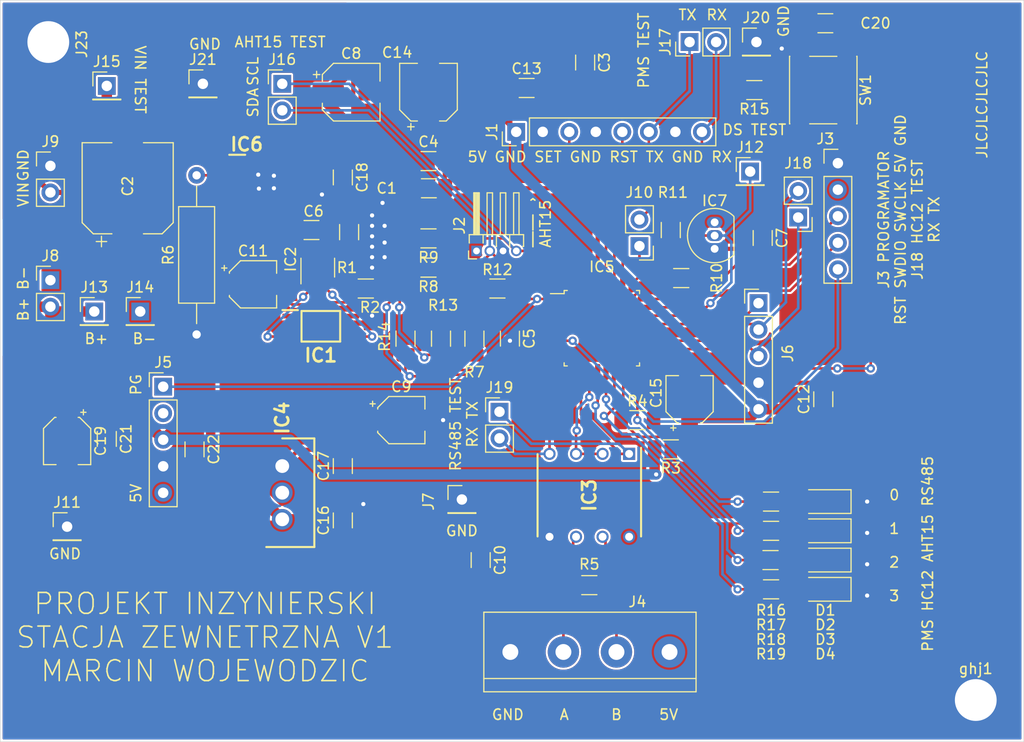
<source format=kicad_pcb>
(kicad_pcb (version 20171130) (host pcbnew "(5.1.12)-1")
  (layers (0 F.Cu signal) (31 B.Cu signal) (34 B.Paste user hide) (35 F.Paste user hide) (36 B.SilkS user hide) (37 F.SilkS user) (38 B.Mask user hide) (39 F.Mask user) (44 Edge.Cuts user))
  (net 0 "")
  (net 1 GND)
  (net 2 VIN)
  (net 3 VCC_3V3)
  (net 4 "Net-(C11-Pad2)")
  (net 5 VBAT+)
  (net 6 VCC_5V)
  (net 7 "Net-(IC1-Pad1)")
  (net 8 "Net-(IC1-Pad5)")
  (net 9 "Net-(IC1-Pad4)")
  (net 10 VBAT-)
  (net 11 "Net-(C6-Pad2)")
  (net 12 "Net-(IC2-Pad4)")
  (net 13 "Net-(IC3-Pad7)")
  (net 14 "Net-(IC3-Pad6)")
  (net 15 MAX485_RX)
  (net 16 MAX485_SEL)
  (net 17 MAX485_TX)
  (net 18 "Net-(IC5-Pad32)")
  (net 19 PMS3003_SET)
  (net 20 PMS3003_RST)
  (net 21 PMS3003_TX)
  (net 22 "Net-(IC5-Pad3)")
  (net 23 "Net-(IC5-Pad2)")
  (net 24 CHRG)
  (net 25 STDBY)
  (net 26 BATTERY_ADC)
  (net 27 AHT15_SDA)
  (net 28 AHT15_SCL)
  (net 29 DS18B20)
  (net 30 HC12_TX)
  (net 31 HC12_RX)
  (net 32 HC12_SET)
  (net 33 "Net-(J5-Pad2)")
  (net 34 PG)
  (net 35 RESET)
  (net 36 SWDIO)
  (net 37 SWCLK)
  (net 38 SW)
  (net 39 "Net-(D1-Pad2)")
  (net 40 "Net-(D2-Pad2)")
  (net 41 "Net-(D3-Pad2)")
  (net 42 "Net-(D4-Pad2)")
  (net 43 LED3)
  (net 44 LED2)
  (net 45 LED1)
  (net 46 LED0)
  (net 47 PMS3003_RX)
  (net 48 "Net-(IC6-Pad2)")
  (module Capacitor_SMD:C_1206_3216Metric_Pad1.33x1.80mm_HandSolder (layer F.Cu) (at 31.6 128 270)
    (fp_text reference C22 (at 0 -1.85 90) (layer F.SilkS))
    (fp_text value 100n)
    (pad 2 smd roundrect (at 1.5625 0 270) (size 1.325 1.8) (layers F.Cu F.Paste F.Mask) (roundrect_rratio 0.1886777358490566) (net 1 GND))
    (pad 1 smd roundrect (at -1.5625 0 270) (size 1.325 1.8) (layers F.Cu F.Paste F.Mask) (roundrect_rratio 0.1886777358490566) (net 5 VBAT+))
  )
  (module Capacitor_SMD:C_1206_3216Metric_Pad1.33x1.80mm_HandSolder (layer F.Cu) (at 23.2 127 270)
    (fp_text reference C21 (at 0 -1.85 90) (layer F.SilkS))
    (fp_text value 100n)
    (pad 2 smd roundrect (at 1.5625 0 270) (size 1.325 1.8) (layers F.Cu F.Paste F.Mask) (roundrect_rratio 0.1886777358490566) (net 1 GND))
    (pad 1 smd roundrect (at -1.5625 0 270) (size 1.325 1.8) (layers F.Cu F.Paste F.Mask) (roundrect_rratio 0.1886777358490566) (net 5 VBAT+))
  )
  (module Connector_PinHeader_2.54mm:PinHeader_1x01_P2.54mm_Vertical (layer F.Cu) (at 17.6 89)
    (fp_text reference J23 (at 3.2 0.2 90) (layer F.SilkS))
    (fp_text value GND)
    (pad 1 thru_hole circle (at 0 0) (size 4 4) (drill 4) (layers *.Cu *.Mask) (net 1 GND))
  )
  (module Connector_PinHeader_2.54mm:PinHeader_1x01_P2.54mm_Vertical (layer F.Cu) (at 106.4 152)
    (fp_text reference ghj1 (at 0 -3) (layer F.SilkS))
    (fp_text value GND)
    (pad 1 thru_hole oval (at 0 0) (size 4 4) (drill oval 4) (layers *.Cu *.Mask) (net 1 GND))
  )
  (module Connector_PinHeader_2.54mm:PinHeader_1x01_P2.54mm_Vertical (layer F.Cu) (at 32.4 93)
    (fp_text reference J21 (at 0 -2.33) (layer F.SilkS))
    (fp_text value GND)
    (pad 1 thru_hole rect (at 0 0) (size 1.7 1.7) (drill 1) (layers *.Cu *.Mask) (net 1 GND))
  )
  (module Connector_PinHeader_2.54mm:PinHeader_1x01_P2.54mm_Vertical (layer F.Cu) (at 85.4 89)
    (fp_text reference J20 (at 0 -2.33) (layer F.SilkS))
    (fp_text value GND)
    (pad 1 thru_hole rect (at 0 0) (size 1.7 1.7) (drill 1) (layers *.Cu *.Mask) (net 1 GND))
  )
  (module Connector_PinHeader_2.54mm:PinHeader_1x01_P2.54mm_Vertical (layer F.Cu) (at 57.2 132.8)
    (fp_text reference J7 (at -3.2 0.2 90) (layer F.SilkS))
    (fp_text value GND)
    (pad 1 thru_hole rect (at 0 0) (size 1.7 1.7) (drill 1) (layers *.Cu *.Mask) (net 1 GND))
  )
  (module Connector_PinHeader_2.54mm:PinHeader_1x02_P2.54mm_Vertical (layer F.Cu) (at 60.8 124.4)
    (fp_text reference J19 (at 0 -2.33) (layer F.SilkS))
    (fp_text value RS486_TEST)
    (pad 2 thru_hole oval (at 0 2.54) (size 1.7 1.7) (drill 1) (layers *.Cu *.Mask) (net 15 MAX485_RX))
    (pad 1 thru_hole rect (at 0 0) (size 1.7 1.7) (drill 1) (layers *.Cu *.Mask) (net 17 MAX485_TX))
  )
  (module Connector_PinHeader_2.54mm:PinHeader_1x02_P2.54mm_Vertical (layer F.Cu) (at 89.4 105.8 180)
    (fp_text reference J18 (at 0 5.2) (layer F.SilkS))
    (fp_text value HC12_TEST)
    (pad 2 thru_hole oval (at 0 2.54 180) (size 1.7 1.7) (drill 1) (layers *.Cu *.Mask) (net 30 HC12_TX))
    (pad 1 thru_hole rect (at 0 0 180) (size 1.7 1.7) (drill 1) (layers *.Cu *.Mask) (net 31 HC12_RX))
  )
  (module Connector_PinHeader_2.54mm:PinHeader_1x02_P2.54mm_Vertical (layer F.Cu) (at 79 89 90)
    (fp_text reference J17 (at 0 -2.33 90) (layer F.SilkS))
    (fp_text value PMS_TEST)
    (pad 2 thru_hole oval (at 0 2.54 90) (size 1.7 1.7) (drill 1) (layers *.Cu *.Mask) (net 47 PMS3003_RX))
    (pad 1 thru_hole rect (at 0 0 90) (size 1.7 1.7) (drill 1) (layers *.Cu *.Mask) (net 21 PMS3003_TX))
  )
  (module Connector_PinHeader_2.54mm:PinHeader_1x02_P2.54mm_Vertical (layer F.Cu) (at 40 93)
    (fp_text reference J16 (at 0 -2.33) (layer F.SilkS))
    (fp_text value AHT15_TEST)
    (pad 2 thru_hole oval (at 0 2.54) (size 1.7 1.7) (drill 1) (layers *.Cu *.Mask) (net 27 AHT15_SDA))
    (pad 1 thru_hole rect (at 0 0) (size 1.7 1.7) (drill 1) (layers *.Cu *.Mask) (net 28 AHT15_SCL))
  )
  (module Connector_PinHeader_2.54mm:PinHeader_1x01_P2.54mm_Vertical (layer F.Cu) (at 23.2 93.2)
    (fp_text reference J15 (at 0 -2.33) (layer F.SilkS))
    (fp_text value VIN)
    (pad 1 thru_hole rect (at 0 0) (size 1.7 1.7) (drill 1) (layers *.Cu *.Mask) (net 2 VIN))
  )
  (module Connector_PinHeader_2.54mm:PinHeader_1x01_P2.54mm_Vertical (layer F.Cu) (at 26.4 114.8)
    (fp_text reference J14 (at 0 -2.33) (layer F.SilkS))
    (fp_text value VBAT-)
    (pad 1 thru_hole rect (at 0 0) (size 1.7 1.7) (drill 1) (layers *.Cu *.Mask) (net 10 VBAT-))
  )
  (module Connector_PinHeader_2.54mm:PinHeader_1x01_P2.54mm_Vertical (layer F.Cu) (at 22 114.8)
    (fp_text reference J13 (at 0 -2.33) (layer F.SilkS))
    (fp_text value VBAT+)
    (pad 1 thru_hole rect (at 0 0) (size 1.7 1.7) (drill 1) (layers *.Cu *.Mask) (net 5 VBAT+))
  )
  (module Connector_PinHeader_2.54mm:PinHeader_1x01_P2.54mm_Vertical (layer F.Cu) (at 84.8 101.4)
    (fp_text reference J12 (at 0 -2.33) (layer F.SilkS))
    (fp_text value DS18B20)
    (pad 1 thru_hole rect (at 0 0) (size 1.7 1.7) (drill 1) (layers *.Cu *.Mask) (net 29 DS18B20))
  )
  (module Connector_PinHeader_2.54mm:PinHeader_1x01_P2.54mm_Vertical (layer F.Cu) (at 19.4 135.4)
    (fp_text reference J11 (at 0 -2.33) (layer F.SilkS))
    (fp_text value GND)
    (pad 1 thru_hole rect (at 0 0) (size 1.7 1.7) (drill 1) (layers *.Cu *.Mask) (net 1 GND))
  )
  (module Button_Switch_SMD:SW_Push_1P1T_NO_6x6mm_H9.5mm (layer F.Cu) (at 91.8 93.6 270)
    (fp_text reference SW1 (at 0 -4.05 90) (layer F.SilkS))
    (fp_text value SW_Push)
    (pad 2 smd rect (at 3.975 2.25 270) (size 1.55 1.3) (layers F.Cu F.Paste F.Mask) (net 1 GND))
    (pad 1 smd rect (at 3.975 -2.25 270) (size 1.55 1.3) (layers F.Cu F.Paste F.Mask) (net 38 SW))
    (pad 1 smd rect (at -3.975 -2.25 270) (size 1.55 1.3) (layers F.Cu F.Paste F.Mask) (net 38 SW))
    (pad 2 smd rect (at -3.975 2.25 270) (size 1.55 1.3) (layers F.Cu F.Paste F.Mask) (net 1 GND))
  )
  (module Resistor_SMD:R_1206_3216Metric_Pad1.30x1.75mm_HandSolder (layer F.Cu) (at 86.8 141.4)
    (fp_text reference R19 (at 0 6.2) (layer F.SilkS))
    (fp_text value 360k)
    (pad 2 smd roundrect (at 1.55 0) (size 1.3 1.75) (layers F.Cu F.Paste F.Mask) (roundrect_rratio 0.1923069230769231) (net 42 "Net-(D4-Pad2)"))
    (pad 1 smd roundrect (at -1.55 0) (size 1.3 1.75) (layers F.Cu F.Paste F.Mask) (roundrect_rratio 0.1923069230769231) (net 43 LED3))
  )
  (module Resistor_SMD:R_1206_3216Metric_Pad1.30x1.75mm_HandSolder (layer F.Cu) (at 86.75 138.6)
    (fp_text reference R18 (at 0.05 7.6) (layer F.SilkS))
    (fp_text value 360k)
    (pad 2 smd roundrect (at 1.55 0) (size 1.3 1.75) (layers F.Cu F.Paste F.Mask) (roundrect_rratio 0.1923069230769231) (net 41 "Net-(D3-Pad2)"))
    (pad 1 smd roundrect (at -1.55 0) (size 1.3 1.75) (layers F.Cu F.Paste F.Mask) (roundrect_rratio 0.1923069230769231) (net 44 LED2))
  )
  (module Resistor_SMD:R_1206_3216Metric_Pad1.30x1.75mm_HandSolder (layer F.Cu) (at 86.8 135.8)
    (fp_text reference R17 (at 0 9) (layer F.SilkS))
    (fp_text value 360k)
    (pad 2 smd roundrect (at 1.55 0) (size 1.3 1.75) (layers F.Cu F.Paste F.Mask) (roundrect_rratio 0.1923069230769231) (net 40 "Net-(D2-Pad2)"))
    (pad 1 smd roundrect (at -1.55 0) (size 1.3 1.75) (layers F.Cu F.Paste F.Mask) (roundrect_rratio 0.1923069230769231) (net 45 LED1))
  )
  (module Resistor_SMD:R_1206_3216Metric_Pad1.30x1.75mm_HandSolder (layer F.Cu) (at 86.8 133)
    (fp_text reference R16 (at 0 10.4) (layer F.SilkS))
    (fp_text value 360k)
    (pad 2 smd roundrect (at 1.55 0) (size 1.3 1.75) (layers F.Cu F.Paste F.Mask) (roundrect_rratio 0.1923069230769231) (net 39 "Net-(D1-Pad2)"))
    (pad 1 smd roundrect (at -1.55 0) (size 1.3 1.75) (layers F.Cu F.Paste F.Mask) (roundrect_rratio 0.1923069230769231) (net 46 LED0))
  )
  (module Resistor_SMD:R_1206_3216Metric_Pad1.30x1.75mm_HandSolder (layer F.Cu) (at 85.2 93.6 180)
    (fp_text reference R15 (at 0 -1.82) (layer F.SilkS))
    (fp_text value 10k)
    (pad 2 smd roundrect (at 1.55 0 180) (size 1.3 1.75) (layers F.Cu F.Paste F.Mask) (roundrect_rratio 0.1923069230769231) (net 3 VCC_3V3))
    (pad 1 smd roundrect (at -1.55 0 180) (size 1.3 1.75) (layers F.Cu F.Paste F.Mask) (roundrect_rratio 0.1923069230769231) (net 38 SW))
  )
  (module Diode_SMD:D_1206_3216Metric_Pad1.42x1.75mm_HandSolder (layer F.Cu) (at 92 141.4 180)
    (fp_text reference D4 (at 0 -6.2) (layer F.SilkS))
    (fp_text value LED)
    (pad 2 smd roundrect (at 1.4875 0 180) (size 1.425 1.75) (layers F.Cu F.Paste F.Mask) (roundrect_rratio 0.1754385964912281) (net 42 "Net-(D4-Pad2)"))
    (pad 1 smd roundrect (at -1.4875 0 180) (size 1.425 1.75) (layers F.Cu F.Paste F.Mask) (roundrect_rratio 0.1754385964912281) (net 1 GND))
  )
  (module Diode_SMD:D_1206_3216Metric_Pad1.42x1.75mm_HandSolder (layer F.Cu) (at 92 138.6 180)
    (fp_text reference D3 (at 0 -7.6) (layer F.SilkS))
    (fp_text value LED)
    (pad 2 smd roundrect (at 1.4875 0 180) (size 1.425 1.75) (layers F.Cu F.Paste F.Mask) (roundrect_rratio 0.1754385964912281) (net 41 "Net-(D3-Pad2)"))
    (pad 1 smd roundrect (at -1.4875 0 180) (size 1.425 1.75) (layers F.Cu F.Paste F.Mask) (roundrect_rratio 0.1754385964912281) (net 1 GND))
  )
  (module Diode_SMD:D_1206_3216Metric_Pad1.42x1.75mm_HandSolder (layer F.Cu) (at 92 135.8 180)
    (fp_text reference D2 (at 0 -9) (layer F.SilkS))
    (fp_text value LED)
    (pad 2 smd roundrect (at 1.4875 0 180) (size 1.425 1.75) (layers F.Cu F.Paste F.Mask) (roundrect_rratio 0.1754385964912281) (net 40 "Net-(D2-Pad2)"))
    (pad 1 smd roundrect (at -1.4875 0 180) (size 1.425 1.75) (layers F.Cu F.Paste F.Mask) (roundrect_rratio 0.1754385964912281) (net 1 GND))
  )
  (module Diode_SMD:D_1206_3216Metric_Pad1.42x1.75mm_HandSolder (layer F.Cu) (at 92 133 180)
    (fp_text reference D1 (at 0 -10.4) (layer F.SilkS))
    (fp_text value LED)
    (pad 2 smd roundrect (at 1.4875 0 180) (size 1.425 1.75) (layers F.Cu F.Paste F.Mask) (roundrect_rratio 0.1754385964912281) (net 39 "Net-(D1-Pad2)"))
    (pad 1 smd roundrect (at -1.4875 0 180) (size 1.425 1.75) (layers F.Cu F.Paste F.Mask) (roundrect_rratio 0.1754385964912281) (net 1 GND))
  )
  (module Capacitor_SMD:C_1206_3216Metric_Pad1.33x1.80mm_HandSolder (layer F.Cu) (at 92 87.2 180)
    (fp_text reference C20 (at -4.8 0) (layer F.SilkS))
    (fp_text value 100n)
    (pad 2 smd roundrect (at 1.5625 0 180) (size 1.325 1.8) (layers F.Cu F.Paste F.Mask) (roundrect_rratio 0.1886777358490566) (net 1 GND))
    (pad 1 smd roundrect (at -1.5625 0 180) (size 1.325 1.8) (layers F.Cu F.Paste F.Mask) (roundrect_rratio 0.1886777358490566) (net 38 SW))
  )
  (module Resistor_SMD:R_1206_3216Metric_Pad1.30x1.75mm_HandSolder (layer F.Cu) (at 58.4 117.4 270)
    (fp_text reference R7 (at 3.2 0 180) (layer F.SilkS))
    (fp_text value 10k)
    (pad 2 smd roundrect (at 1.55 0 270) (size 1.3 1.75) (layers F.Cu F.Paste F.Mask) (roundrect_rratio 0.1923069230769231) (net 35 RESET))
    (pad 1 smd roundrect (at -1.55 0 270) (size 1.3 1.75) (layers F.Cu F.Paste F.Mask) (roundrect_rratio 0.1923069230769231) (net 3 VCC_3V3))
  )
  (module Resistor_SMD:R_1206_3216Metric_Pad1.30x1.75mm_HandSolder (layer F.Cu) (at 51.8 117.4 270)
    (fp_text reference R14 (at -0.2 2 90) (layer F.SilkS))
    (fp_text value 10k)
    (pad 2 smd roundrect (at 1.55 0 270) (size 1.3 1.75) (layers F.Cu F.Paste F.Mask) (roundrect_rratio 0.1923069230769231) (net 25 STDBY))
    (pad 1 smd roundrect (at -1.55 0 270) (size 1.3 1.75) (layers F.Cu F.Paste F.Mask) (roundrect_rratio 0.1923069230769231) (net 3 VCC_3V3))
  )
  (module Resistor_SMD:R_1206_3216Metric_Pad1.30x1.75mm_HandSolder (layer F.Cu) (at 55.2 117.4 270)
    (fp_text reference R13 (at -3.2 -0.2 180) (layer F.SilkS))
    (fp_text value 10k)
    (pad 2 smd roundrect (at 1.55 0 270) (size 1.3 1.75) (layers F.Cu F.Paste F.Mask) (roundrect_rratio 0.1923069230769231) (net 24 CHRG))
    (pad 1 smd roundrect (at -1.55 0 270) (size 1.3 1.75) (layers F.Cu F.Paste F.Mask) (roundrect_rratio 0.1923069230769231) (net 3 VCC_3V3))
  )
  (module Resistor_SMD:R_1206_3216Metric_Pad1.30x1.75mm_HandSolder (layer F.Cu) (at 60.6 112.6 180)
    (fp_text reference R12 (at 0 1.8) (layer F.SilkS))
    (fp_text value 10k)
    (pad 2 smd roundrect (at 1.55 0 180) (size 1.3 1.75) (layers F.Cu F.Paste F.Mask) (roundrect_rratio 0.1923069230769231) (net 3 VCC_3V3))
    (pad 1 smd roundrect (at -1.55 0 180) (size 1.3 1.75) (layers F.Cu F.Paste F.Mask) (roundrect_rratio 0.1923069230769231) (net 34 PG))
  )
  (module Connector_PinHeader_2.54mm:PinHeader_1x02_P2.54mm_Vertical (layer F.Cu) (at 74.2 108.54 180)
    (fp_text reference J10 (at 0 5.14) (layer F.SilkS))
    (fp_text value PROGRAM)
    (pad 2 thru_hole oval (at 0 2.54 180) (size 1.7 1.7) (drill 1) (layers *.Cu *.Mask) (net 47 PMS3003_RX))
    (pad 1 thru_hole rect (at 0 0 180) (size 1.7 1.7) (drill 1) (layers *.Cu *.Mask) (net 37 SWCLK))
  )
  (module Capacitor_SMD:CP_Elec_4x5.4 (layer F.Cu) (at 19.4 127.2 270)
    (fp_text reference C19 (at 0 -3.2 90) (layer F.SilkS))
    (fp_text value 10u)
    (pad 2 smd roundrect (at 1.8 0 270) (size 2.6 1.6) (layers F.Cu F.Paste F.Mask) (roundrect_rratio 0.15625) (net 1 GND))
    (pad 1 smd roundrect (at -1.8 0 270) (size 2.6 1.6) (layers F.Cu F.Paste F.Mask) (roundrect_rratio 0.15625) (net 5 VBAT+))
  )
  (module Resistor_SMD:R_1206_3216Metric_Pad1.30x1.75mm_HandSolder (layer F.Cu) (at 48 112.6)
    (fp_text reference R2 (at 0.4 1.8) (layer F.SilkS))
    (fp_text value 1k)
    (pad 2 smd roundrect (at 1.55 0) (size 1.3 1.75) (layers F.Cu F.Paste F.Mask) (roundrect_rratio 0.1923069230769231) (net 1 GND))
    (pad 1 smd roundrect (at -1.55 0) (size 1.3 1.75) (layers F.Cu F.Paste F.Mask) (roundrect_rratio 0.1923069230769231) (net 4 "Net-(C11-Pad2)"))
  )
  (module Resistor_SMD:R_1206_3216Metric_Pad1.30x1.75mm_HandSolder (layer F.Cu) (at 46.4 107.2 90)
    (fp_text reference R1 (at -3.4 -0.2 180) (layer F.SilkS))
    (fp_text value 100)
    (pad 2 smd roundrect (at 1.55 0 90) (size 1.3 1.75) (layers F.Cu F.Paste F.Mask) (roundrect_rratio 0.1923069230769231) (net 5 VBAT+))
    (pad 1 smd roundrect (at -1.55 0 90) (size 1.3 1.75) (layers F.Cu F.Paste F.Mask) (roundrect_rratio 0.1923069230769231) (net 11 "Net-(C6-Pad2)"))
  )
  (module Connector_PinHeader_2.54mm:PinHeader_1x02_P2.54mm_Vertical (layer F.Cu) (at 17.8 111.8)
    (fp_text reference J8 (at 0 -2.33) (layer F.SilkS))
    (fp_text value BATTERY)
    (pad 2 thru_hole oval (at 0 2.54) (size 1.7 1.7) (drill 1) (layers *.Cu *.Mask) (net 5 VBAT+))
    (pad 1 thru_hole rect (at 0 0) (size 1.7 1.7) (drill 1) (layers *.Cu *.Mask) (net 10 VBAT-))
  )
  (module Package_TO_SOT_SMD:SOT-23-6 (layer F.Cu) (at 43.4 110.6 90)
    (fp_text reference IC2 (at 0.8 -2.6 90) (layer F.SilkS))
    (fp_text value DW01A-G)
    (pad 5 smd rect (at 1.1 0 90) (size 1.06 0.65) (layers F.Cu F.Paste F.Mask) (net 11 "Net-(C6-Pad2)"))
    (pad 6 smd rect (at 1.1 -0.95 90) (size 1.06 0.65) (layers F.Cu F.Paste F.Mask) (net 10 VBAT-))
    (pad 4 smd rect (at 1.1 0.95 90) (size 1.06 0.65) (layers F.Cu F.Paste F.Mask) (net 12 "Net-(IC2-Pad4)"))
    (pad 3 smd rect (at -1.1 0.95 90) (size 1.06 0.65) (layers F.Cu F.Paste F.Mask) (net 8 "Net-(IC1-Pad5)"))
    (pad 2 smd rect (at -1.1 0 90) (size 1.06 0.65) (layers F.Cu F.Paste F.Mask) (net 4 "Net-(C11-Pad2)"))
    (pad 1 smd rect (at -1.1 -0.95 90) (size 1.06 0.65) (layers F.Cu F.Paste F.Mask) (net 9 "Net-(IC1-Pad4)"))
  )
  (module Projekt:SOP65P640X120-8N (layer F.Cu) (at 43.695 116.215)
    (fp_text reference IC1 (at 0 2.785) (layer F.SilkS) (effects (font (size 1.27 1.27) (thickness 0.254))))
    (fp_text value FS8205A hide)
    (pad 8 smd rect (at 2.938 -0.975 90) (size 0.45 1.475) (layers F.Cu F.Paste F.Mask) (net 7 "Net-(IC1-Pad1)"))
    (pad 7 smd rect (at 2.938 -0.325 90) (size 0.45 1.475) (layers F.Cu F.Paste F.Mask) (net 1 GND))
    (pad 6 smd rect (at 2.938 0.325 90) (size 0.45 1.475) (layers F.Cu F.Paste F.Mask) (net 1 GND))
    (pad 5 smd rect (at 2.938 0.975 90) (size 0.45 1.475) (layers F.Cu F.Paste F.Mask) (net 8 "Net-(IC1-Pad5)"))
    (pad 4 smd rect (at -2.938 0.975 90) (size 0.45 1.475) (layers F.Cu F.Paste F.Mask) (net 9 "Net-(IC1-Pad4)"))
    (pad 3 smd rect (at -2.938 0.325 90) (size 0.45 1.475) (layers F.Cu F.Paste F.Mask) (net 10 VBAT-))
    (pad 2 smd rect (at -2.938 -0.325 90) (size 0.45 1.475) (layers F.Cu F.Paste F.Mask) (net 10 VBAT-))
    (pad 1 smd rect (at -2.938 -0.975 90) (size 0.45 1.475) (layers F.Cu F.Paste F.Mask) (net 7 "Net-(IC1-Pad1)"))
  )
  (module Capacitor_SMD:CP_Elec_4x5.4 (layer F.Cu) (at 37.2 112.2)
    (fp_text reference C11 (at 0 -3.2) (layer F.SilkS))
    (fp_text value 10u)
    (pad 2 smd roundrect (at 1.8 0) (size 2.6 1.6) (layers F.Cu F.Paste F.Mask) (roundrect_rratio 0.15625) (net 4 "Net-(C11-Pad2)"))
    (pad 1 smd roundrect (at -1.8 0) (size 2.6 1.6) (layers F.Cu F.Paste F.Mask) (roundrect_rratio 0.15625) (net 5 VBAT+))
  )
  (module Capacitor_SMD:C_1206_3216Metric_Pad1.33x1.80mm_HandSolder (layer F.Cu) (at 42.8 107)
    (fp_text reference C6 (at 0.2 -1.8) (layer F.SilkS))
    (fp_text value 100n)
    (pad 2 smd roundrect (at 1.5625 0) (size 1.325 1.8) (layers F.Cu F.Paste F.Mask) (roundrect_rratio 0.1886777358490566) (net 11 "Net-(C6-Pad2)"))
    (pad 1 smd roundrect (at -1.5625 0) (size 1.325 1.8) (layers F.Cu F.Paste F.Mask) (roundrect_rratio 0.1886777358490566) (net 10 VBAT-))
  )
  (module Package_TO_SOT_THT:TO-92_Inline (layer F.Cu) (at 81.4 108.8 90)
    (fp_text reference IC7 (at 4.6 0 180) (layer F.SilkS))
    (fp_text value DS18B20)
    (pad 1 thru_hole rect (at 0 0 90) (size 1.05 1.5) (drill 0.75) (layers *.Cu *.Mask) (net 1 GND))
    (pad 3 thru_hole oval (at 2.54 0 90) (size 1.05 1.5) (drill 0.75) (layers *.Cu *.Mask) (net 3 VCC_3V3))
    (pad 2 thru_hole oval (at 1.27 0 90) (size 1.05 1.5) (drill 0.75) (layers *.Cu *.Mask) (net 29 DS18B20))
  )
  (module Resistor_SMD:R_1206_3216Metric_Pad1.30x1.75mm_HandSolder (layer F.Cu) (at 77.2 107 90)
    (fp_text reference R11 (at 3.6 0.2 180) (layer F.SilkS))
    (fp_text value 4,7k)
    (pad 2 smd roundrect (at 1.55 0 90) (size 1.3 1.75) (layers F.Cu F.Paste F.Mask) (roundrect_rratio 0.1923069230769231) (net 3 VCC_3V3))
    (pad 1 smd roundrect (at -1.55 0 90) (size 1.3 1.75) (layers F.Cu F.Paste F.Mask) (roundrect_rratio 0.1923069230769231) (net 29 DS18B20))
  )
  (module Resistor_SMD:R_1206_3216Metric_Pad1.30x1.75mm_HandSolder (layer F.Cu) (at 78.2 111.6)
    (fp_text reference R10 (at 3.4 0 90) (layer F.SilkS))
    (fp_text value 10k)
    (pad 2 smd roundrect (at 1.55 0) (size 1.3 1.75) (layers F.Cu F.Paste F.Mask) (roundrect_rratio 0.1923069230769231) (net 1 GND))
    (pad 1 smd roundrect (at -1.55 0) (size 1.3 1.75) (layers F.Cu F.Paste F.Mask) (roundrect_rratio 0.1923069230769231) (net 37 SWCLK))
  )
  (module Resistor_SMD:R_1206_3216Metric_Pad1.30x1.75mm_HandSolder (layer F.Cu) (at 54 107.8 180)
    (fp_text reference R9 (at 0 -1.82) (layer F.SilkS))
    (fp_text value 10k)
    (pad 2 smd roundrect (at 1.55 0 180) (size 1.3 1.75) (layers F.Cu F.Paste F.Mask) (roundrect_rratio 0.1923069230769231) (net 3 VCC_3V3))
    (pad 1 smd roundrect (at -1.55 0 180) (size 1.3 1.75) (layers F.Cu F.Paste F.Mask) (roundrect_rratio 0.1923069230769231) (net 28 AHT15_SCL))
  )
  (module Resistor_SMD:R_1206_3216Metric_Pad1.30x1.75mm_HandSolder (layer F.Cu) (at 54 110.6 180)
    (fp_text reference R8 (at 0 -1.82) (layer F.SilkS))
    (fp_text value 10k)
    (pad 2 smd roundrect (at 1.55 0 180) (size 1.3 1.75) (layers F.Cu F.Paste F.Mask) (roundrect_rratio 0.1923069230769231) (net 3 VCC_3V3))
    (pad 1 smd roundrect (at -1.55 0 180) (size 1.3 1.75) (layers F.Cu F.Paste F.Mask) (roundrect_rratio 0.1923069230769231) (net 27 AHT15_SDA))
  )
  (module Resistor_THT:R_Axial_DIN0309_L9.0mm_D3.2mm_P15.24mm_Horizontal (layer F.Cu) (at 31.8 117 90)
    (fp_text reference R6 (at 7.62 -2.72 90) (layer F.SilkS))
    (fp_text value RPROG)
    (pad 2 thru_hole oval (at 15.24 0 90) (size 1.6 1.6) (drill 0.8) (layers *.Cu *.Mask) (net 48 "Net-(IC6-Pad2)"))
    (pad 1 thru_hole circle (at 0 0 90) (size 1.6 1.6) (drill 0.8) (layers *.Cu *.Mask) (net 1 GND))
  )
  (module Resistor_SMD:R_1206_3216Metric_Pad1.30x1.75mm_HandSolder (layer F.Cu) (at 69.4 141 180)
    (fp_text reference R5 (at 0 2) (layer F.SilkS))
    (fp_text value 120)
    (pad 2 smd roundrect (at 1.55 0 180) (size 1.3 1.75) (layers F.Cu F.Paste F.Mask) (roundrect_rratio 0.1923069230769231) (net 14 "Net-(IC3-Pad6)"))
    (pad 1 smd roundrect (at -1.55 0 180) (size 1.3 1.75) (layers F.Cu F.Paste F.Mask) (roundrect_rratio 0.1923069230769231) (net 13 "Net-(IC3-Pad7)"))
  )
  (module Resistor_SMD:R_1206_3216Metric_Pad1.30x1.75mm_HandSolder (layer F.Cu) (at 74 125.2)
    (fp_text reference R4 (at 0 -1.82) (layer F.SilkS))
    (fp_text value 10k)
    (pad 2 smd roundrect (at 1.55 0) (size 1.3 1.75) (layers F.Cu F.Paste F.Mask) (roundrect_rratio 0.1923069230769231) (net 1 GND))
    (pad 1 smd roundrect (at -1.55 0) (size 1.3 1.75) (layers F.Cu F.Paste F.Mask) (roundrect_rratio 0.1923069230769231) (net 26 BATTERY_ADC))
  )
  (module Resistor_SMD:R_1206_3216Metric_Pad1.30x1.75mm_HandSolder (layer F.Cu) (at 77.2 128)
    (fp_text reference R3 (at 0 1.8) (layer F.SilkS))
    (fp_text value 10k)
    (pad 2 smd roundrect (at 1.55 0) (size 1.3 1.75) (layers F.Cu F.Paste F.Mask) (roundrect_rratio 0.1923069230769231) (net 26 BATTERY_ADC))
    (pad 1 smd roundrect (at -1.55 0) (size 1.3 1.75) (layers F.Cu F.Paste F.Mask) (roundrect_rratio 0.1923069230769231) (net 5 VBAT+))
  )
  (module Connector_PinHeader_2.54mm:PinHeader_1x02_P2.54mm_Vertical (layer F.Cu) (at 17.8 100.86)
    (fp_text reference J9 (at 0 -2.33) (layer F.SilkS))
    (fp_text value SOLAR)
    (pad 2 thru_hole oval (at 0 2.54) (size 1.7 1.7) (drill 1) (layers *.Cu *.Mask) (net 2 VIN))
    (pad 1 thru_hole rect (at 0 0) (size 1.7 1.7) (drill 1) (layers *.Cu *.Mask) (net 1 GND))
  )
  (module Projekt:SOIC127P600X175-9N (layer F.Cu) (at 38.4 102.4)
    (fp_text reference IC6 (at -1.8 -3.6) (layer F.SilkS) (effects (font (size 1.27 1.27) (thickness 0.254))))
    (fp_text value TP4056 hide)
    (pad 9 smd rect (at 0 0) (size 2.513 3.402) (layers F.Cu F.Paste F.Mask) (net 1 GND))
    (pad 8 smd rect (at 2.712 -1.905 90) (size 0.7 1.525) (layers F.Cu F.Paste F.Mask) (net 2 VIN))
    (pad 7 smd rect (at 2.712 -0.635 90) (size 0.7 1.525) (layers F.Cu F.Paste F.Mask) (net 24 CHRG))
    (pad 6 smd rect (at 2.712 0.635 90) (size 0.7 1.525) (layers F.Cu F.Paste F.Mask) (net 25 STDBY))
    (pad 5 smd rect (at 2.712 1.905 90) (size 0.7 1.525) (layers F.Cu F.Paste F.Mask) (net 5 VBAT+))
    (pad 4 smd rect (at -2.712 1.905 90) (size 0.7 1.525) (layers F.Cu F.Paste F.Mask) (net 2 VIN))
    (pad 3 smd rect (at -2.712 0.635 90) (size 0.7 1.525) (layers F.Cu F.Paste F.Mask) (net 1 GND))
    (pad 2 smd rect (at -2.712 -0.635 90) (size 0.7 1.525) (layers F.Cu F.Paste F.Mask) (net 48 "Net-(IC6-Pad2)"))
    (pad 1 smd rect (at -2.712 -1.905 90) (size 0.7 1.525) (layers F.Cu F.Paste F.Mask) (net 1 GND))
  )
  (module Connector_PinHeader_2.54mm:PinHeader_1x05_P2.54mm_Vertical (layer F.Cu) (at 85.6 114)
    (fp_text reference J6 (at 2.8 4.8 270) (layer F.SilkS))
    (fp_text value HC12)
    (pad 5 thru_hole oval (at 0 10.16) (size 1.7 1.7) (drill 1) (layers *.Cu *.Mask) (net 6 VCC_5V))
    (pad 4 thru_hole oval (at 0 7.62) (size 1.7 1.7) (drill 1) (layers *.Cu *.Mask) (net 1 GND))
    (pad 3 thru_hole oval (at 0 5.08) (size 1.7 1.7) (drill 1) (layers *.Cu *.Mask) (net 31 HC12_RX))
    (pad 2 thru_hole oval (at 0 2.54) (size 1.7 1.7) (drill 1) (layers *.Cu *.Mask) (net 30 HC12_TX))
    (pad 1 thru_hole rect (at 0 0) (size 1.7 1.7) (drill 1) (layers *.Cu *.Mask) (net 32 HC12_SET))
  )
  (module Connector_PinHeader_2.54mm:PinHeader_1x05_P2.54mm_Vertical (layer F.Cu) (at 28.6 122)
    (fp_text reference J5 (at 0 -2.33) (layer F.SilkS))
    (fp_text value " ")
    (pad 5 thru_hole oval (at 0 10.16) (size 1.7 1.7) (drill 1) (layers *.Cu *.Mask) (net 6 VCC_5V))
    (pad 4 thru_hole oval (at 0 7.62) (size 1.7 1.7) (drill 1) (layers *.Cu *.Mask) (net 1 GND))
    (pad 3 thru_hole oval (at 0 5.08) (size 1.7 1.7) (drill 1) (layers *.Cu *.Mask) (net 5 VBAT+))
    (pad 2 thru_hole oval (at 0 2.54) (size 1.7 1.7) (drill 1) (layers *.Cu *.Mask) (net 33 "Net-(J5-Pad2)"))
    (pad 1 thru_hole rect (at 0 0) (size 1.7 1.7) (drill 1) (layers *.Cu *.Mask) (net 34 PG))
  )
  (module TerminalBlock:TerminalBlock_bornier-4_P5.08mm (layer F.Cu) (at 61.84 147.4)
    (fp_text reference J4 (at 12.16 -4.8) (layer F.SilkS))
    (fp_text value RS485)
    (pad 4 thru_hole circle (at 15.24 0) (size 3 3) (drill 1.52) (layers *.Cu *.Mask) (net 6 VCC_5V))
    (pad 1 thru_hole rect (at 0 0) (size 3 3) (drill 1.52) (layers *.Cu *.Mask) (net 1 GND))
    (pad 3 thru_hole circle (at 10.16 0) (size 3 3) (drill 1.52) (layers *.Cu *.Mask) (net 13 "Net-(IC3-Pad7)"))
    (pad 2 thru_hole circle (at 5.08 0) (size 3 3) (drill 1.52) (layers *.Cu *.Mask) (net 14 "Net-(IC3-Pad6)"))
  )
  (module Connector_PinHeader_2.54mm:PinHeader_1x05_P2.54mm_Vertical (layer F.Cu) (at 93.2 100.6)
    (fp_text reference J3 (at -1.2 -2.33) (layer F.SilkS))
    (fp_text value PROGRAMATOR)
    (pad 5 thru_hole oval (at 0 10.16) (size 1.7 1.7) (drill 1) (layers *.Cu *.Mask) (net 35 RESET))
    (pad 4 thru_hole oval (at 0 7.62) (size 1.7 1.7) (drill 1) (layers *.Cu *.Mask) (net 36 SWDIO))
    (pad 3 thru_hole oval (at 0 5.08) (size 1.7 1.7) (drill 1) (layers *.Cu *.Mask) (net 37 SWCLK))
    (pad 2 thru_hole oval (at 0 2.54) (size 1.7 1.7) (drill 1) (layers *.Cu *.Mask) (net 6 VCC_5V))
    (pad 1 thru_hole rect (at 0 0) (size 1.7 1.7) (drill 1) (layers *.Cu *.Mask) (net 1 GND))
  )
  (module Connector_PinHeader_1.27mm:PinHeader_1x04_P1.27mm_Horizontal (layer F.Cu) (at 58.6 109 90)
    (fp_text reference J2 (at 2.4325 -1.635 90) (layer F.SilkS))
    (fp_text value AHT15)
    (pad 4 thru_hole oval (at 0 3.81 90) (size 1 1) (drill 0.65) (layers *.Cu *.Mask) (net 28 AHT15_SCL))
    (pad 3 thru_hole oval (at 0 2.54 90) (size 1 1) (drill 0.65) (layers *.Cu *.Mask) (net 1 GND))
    (pad 2 thru_hole oval (at 0 1.27 90) (size 1 1) (drill 0.65) (layers *.Cu *.Mask) (net 27 AHT15_SDA))
    (pad 1 thru_hole rect (at 0 0 90) (size 1 1) (drill 0.65) (layers *.Cu *.Mask) (net 3 VCC_3V3))
  )
  (module Connector_PinHeader_2.54mm:PinHeader_1x08_P2.54mm_Vertical (layer F.Cu) (at 62.4 97.6 90)
    (fp_text reference J1 (at 0 -2.33 90) (layer F.SilkS))
    (fp_text value PMS)
    (pad 8 thru_hole oval (at 0 17.78 90) (size 1.7 1.7) (drill 1) (layers *.Cu *.Mask) (net 47 PMS3003_RX))
    (pad 7 thru_hole oval (at 0 15.24 90) (size 1.7 1.7) (drill 1) (layers *.Cu *.Mask) (net 1 GND))
    (pad 6 thru_hole oval (at 0 12.7 90) (size 1.7 1.7) (drill 1) (layers *.Cu *.Mask) (net 21 PMS3003_TX))
    (pad 5 thru_hole oval (at 0 10.16 90) (size 1.7 1.7) (drill 1) (layers *.Cu *.Mask) (net 20 PMS3003_RST))
    (pad 4 thru_hole oval (at 0 7.62 90) (size 1.7 1.7) (drill 1) (layers *.Cu *.Mask) (net 1 GND))
    (pad 3 thru_hole oval (at 0 5.08 90) (size 1.7 1.7) (drill 1) (layers *.Cu *.Mask) (net 19 PMS3003_SET))
    (pad 2 thru_hole oval (at 0 2.54 90) (size 1.7 1.7) (drill 1) (layers *.Cu *.Mask) (net 1 GND))
    (pad 1 thru_hole rect (at 0 0 90) (size 1.7 1.7) (drill 1) (layers *.Cu *.Mask) (net 6 VCC_5V))
  )
  (module Package_QFP:LQFP-32_7x7mm_P0.8mm (layer F.Cu) (at 70.6 116.4)
    (fp_text reference IC5 (at 0 -5.88) (layer F.SilkS))
    (fp_text value STM32G051K8T6)
    (pad 32 smd roundrect (at -2.8 -4.175) (size 0.5 1.5) (layers F.Cu F.Paste F.Mask) (net 18 "Net-(IC5-Pad32)"))
    (pad 31 smd roundrect (at -2 -4.175) (size 0.5 1.5) (layers F.Cu F.Paste F.Mask) (net 27 AHT15_SDA))
    (pad 30 smd roundrect (at -1.2 -4.175) (size 0.5 1.5) (layers F.Cu F.Paste F.Mask) (net 28 AHT15_SCL))
    (pad 29 smd roundrect (at -0.4 -4.175) (size 0.5 1.5) (layers F.Cu F.Paste F.Mask) (net 1 GND))
    (pad 28 smd roundrect (at 0.4 -4.175) (size 0.5 1.5) (layers F.Cu F.Paste F.Mask) (net 19 PMS3003_SET))
    (pad 27 smd roundrect (at 1.2 -4.175) (size 0.5 1.5) (layers F.Cu F.Paste F.Mask) (net 20 PMS3003_RST))
    (pad 26 smd roundrect (at 2 -4.175) (size 0.5 1.5) (layers F.Cu F.Paste F.Mask) (net 21 PMS3003_TX))
    (pad 25 smd roundrect (at 2.8 -4.175) (size 0.5 1.5) (layers F.Cu F.Paste F.Mask) (net 37 SWCLK))
    (pad 24 smd roundrect (at 4.175 -2.8) (size 1.5 0.5) (layers F.Cu F.Paste F.Mask) (net 36 SWDIO))
    (pad 23 smd roundrect (at 4.175 -2) (size 1.5 0.5) (layers F.Cu F.Paste F.Mask) (net 29 DS18B20))
    (pad 22 smd roundrect (at 4.175 -1.2) (size 1.5 0.5) (layers F.Cu F.Paste F.Mask) (net 32 HC12_SET))
    (pad 21 smd roundrect (at 4.175 -0.4) (size 1.5 0.5) (layers F.Cu F.Paste F.Mask) (net 30 HC12_TX))
    (pad 20 smd roundrect (at 4.175 0.4) (size 1.5 0.5) (layers F.Cu F.Paste F.Mask) (net 1 GND))
    (pad 19 smd roundrect (at 4.175 1.2) (size 1.5 0.5) (layers F.Cu F.Paste F.Mask) (net 31 HC12_RX))
    (pad 18 smd roundrect (at 4.175 2) (size 1.5 0.5) (layers F.Cu F.Paste F.Mask) (net 38 SW))
    (pad 17 smd roundrect (at 4.175 2.8) (size 1.5 0.5) (layers F.Cu F.Paste F.Mask) (net 1 GND))
    (pad 16 smd roundrect (at 2.8 4.175) (size 0.5 1.5) (layers F.Cu F.Paste F.Mask) (net 46 LED0))
    (pad 15 smd roundrect (at 2 4.175) (size 0.5 1.5) (layers F.Cu F.Paste F.Mask) (net 26 BATTERY_ADC))
    (pad 14 smd roundrect (at 1.2 4.175) (size 0.5 1.5) (layers F.Cu F.Paste F.Mask) (net 44 LED2))
    (pad 13 smd roundrect (at 0.4 4.175) (size 0.5 1.5) (layers F.Cu F.Paste F.Mask) (net 45 LED1))
    (pad 12 smd roundrect (at -0.4 4.175) (size 0.5 1.5) (layers F.Cu F.Paste F.Mask) (net 43 LED3))
    (pad 11 smd roundrect (at -1.2 4.175) (size 0.5 1.5) (layers F.Cu F.Paste F.Mask) (net 16 MAX485_SEL))
    (pad 10 smd roundrect (at -2 4.175) (size 0.5 1.5) (layers F.Cu F.Paste F.Mask) (net 17 MAX485_TX))
    (pad 9 smd roundrect (at -2.8 4.175) (size 0.5 1.5) (layers F.Cu F.Paste F.Mask) (net 15 MAX485_RX))
    (pad 8 smd roundrect (at -4.175 2.8) (size 1.5 0.5) (layers F.Cu F.Paste F.Mask) (net 25 STDBY))
    (pad 7 smd roundrect (at -4.175 2) (size 1.5 0.5) (layers F.Cu F.Paste F.Mask) (net 24 CHRG))
    (pad 6 smd roundrect (at -4.175 1.2) (size 1.5 0.5) (layers F.Cu F.Paste F.Mask) (net 35 RESET))
    (pad 5 smd roundrect (at -4.175 0.4) (size 1.5 0.5) (layers F.Cu F.Paste F.Mask) (net 1 GND))
    (pad 4 smd roundrect (at -4.175 -0.4) (size 1.5 0.5) (layers F.Cu F.Paste F.Mask) (net 3 VCC_3V3))
    (pad 3 smd roundrect (at -4.175 -1.2) (size 1.5 0.5) (layers F.Cu F.Paste F.Mask) (net 22 "Net-(IC5-Pad3)"))
    (pad 2 smd roundrect (at -4.175 -2) (size 1.5 0.5) (layers F.Cu F.Paste F.Mask) (net 23 "Net-(IC5-Pad2)"))
    (pad 1 smd roundrect (at -4.175 -2.8) (size 1.5 0.5) (layers F.Cu F.Paste F.Mask) (net 34 PG))
  )
  (module Projekt:TO255P460X1020X2008-3P (layer F.Cu) (at 40 129.6 270)
    (fp_text reference IC4 (at -4.6 0 90) (layer F.SilkS) (effects (font (size 1.27 1.27) (thickness 0.254))))
    (fp_text value LD1117V33 hide)
    (pad 3 thru_hole circle (at 5.1 0 270) (size 1.98 1.98) (drill 1.32) (layers *.Cu *.Mask) (net 6 VCC_5V))
    (pad 2 thru_hole circle (at 2.55 0 270) (size 1.98 1.98) (drill 1.32) (layers *.Cu *.Mask) (net 3 VCC_3V3))
    (pad 1 thru_hole rect (at 0 0 270) (size 1.98 1.98) (drill 1.32) (layers *.Cu *.Mask) (net 1 GND))
  )
  (module Projekt:DIP794W56P254L938H457Q8N (layer F.Cu) (at 69.4 132.4 270)
    (fp_text reference IC3 (at 0 0 90) (layer F.SilkS) (effects (font (size 1.27 1.27) (thickness 0.254))))
    (fp_text value MAX485CPA+ hide)
    (pad 8 thru_hole circle (at 3.97 -3.81 270) (size 1.16 1.16) (drill 0.76) (layers *.Cu *.Mask) (net 6 VCC_5V))
    (pad 7 thru_hole circle (at 3.97 -1.27 270) (size 1.16 1.16) (drill 0.76) (layers *.Cu *.Mask) (net 13 "Net-(IC3-Pad7)"))
    (pad 6 thru_hole circle (at 3.97 1.27 270) (size 1.16 1.16) (drill 0.76) (layers *.Cu *.Mask) (net 14 "Net-(IC3-Pad6)"))
    (pad 5 thru_hole circle (at 3.97 3.81 270) (size 1.16 1.16) (drill 0.76) (layers *.Cu *.Mask) (net 1 GND))
    (pad 4 thru_hole circle (at -3.97 3.81 270) (size 1.16 1.16) (drill 0.76) (layers *.Cu *.Mask) (net 15 MAX485_RX))
    (pad 3 thru_hole circle (at -3.97 1.27 270) (size 1.16 1.16) (drill 0.76) (layers *.Cu *.Mask) (net 16 MAX485_SEL))
    (pad 2 thru_hole circle (at -3.97 -1.27 270) (size 1.16 1.16) (drill 0.76) (layers *.Cu *.Mask) (net 16 MAX485_SEL))
    (pad 1 thru_hole rect (at -3.97 -3.81 270) (size 1.16 1.16) (drill 0.76) (layers *.Cu *.Mask) (net 17 MAX485_TX))
  )
  (module Capacitor_SMD:C_1206_3216Metric_Pad1.33x1.80mm_HandSolder (layer F.Cu) (at 45.8 101.9625 270)
    (fp_text reference C18 (at 0 -1.85 90) (layer F.SilkS))
    (fp_text value 100n)
    (pad 2 smd roundrect (at 1.5625 0 270) (size 1.325 1.8) (layers F.Cu F.Paste F.Mask) (roundrect_rratio 0.1886777358490566) (net 1 GND))
    (pad 1 smd roundrect (at -1.5625 0 270) (size 1.325 1.8) (layers F.Cu F.Paste F.Mask) (roundrect_rratio 0.1886777358490566) (net 2 VIN))
  )
  (module Capacitor_SMD:C_1206_3216Metric_Pad1.33x1.80mm_HandSolder (layer F.Cu) (at 45.8 129.6 90)
    (fp_text reference C17 (at 0 -1.85 90) (layer F.SilkS))
    (fp_text value 100n)
    (pad 2 smd roundrect (at 1.5625 0 90) (size 1.325 1.8) (layers F.Cu F.Paste F.Mask) (roundrect_rratio 0.1886777358490566) (net 1 GND))
    (pad 1 smd roundrect (at -1.5625 0 90) (size 1.325 1.8) (layers F.Cu F.Paste F.Mask) (roundrect_rratio 0.1886777358490566) (net 3 VCC_3V3))
  )
  (module Capacitor_SMD:C_1206_3216Metric_Pad1.33x1.80mm_HandSolder (layer F.Cu) (at 45.8 134.8 90)
    (fp_text reference C16 (at 0 -1.85 90) (layer F.SilkS))
    (fp_text value 100n)
    (pad 2 smd roundrect (at 1.5625 0 90) (size 1.325 1.8) (layers F.Cu F.Paste F.Mask) (roundrect_rratio 0.1886777358490566) (net 1 GND))
    (pad 1 smd roundrect (at -1.5625 0 90) (size 1.325 1.8) (layers F.Cu F.Paste F.Mask) (roundrect_rratio 0.1886777358490566) (net 6 VCC_5V))
  )
  (module Capacitor_SMD:CP_Elec_4x5.4 (layer F.Cu) (at 79 123.2 90)
    (fp_text reference C15 (at 0.6 -3.2 90) (layer F.SilkS))
    (fp_text value 10u)
    (pad 2 smd roundrect (at 1.8 0 90) (size 2.6 1.6) (layers F.Cu F.Paste F.Mask) (roundrect_rratio 0.15625) (net 1 GND))
    (pad 1 smd roundrect (at -1.8 0 90) (size 2.6 1.6) (layers F.Cu F.Paste F.Mask) (roundrect_rratio 0.15625) (net 6 VCC_5V))
  )
  (module Capacitor_SMD:CP_Elec_5x5.4 (layer F.Cu) (at 54 93.8 90)
    (fp_text reference C14 (at 3.8 -3 180) (layer F.SilkS))
    (fp_text value 100u)
    (pad 2 smd roundrect (at 2.2 0 90) (size 3 1.6) (layers F.Cu F.Paste F.Mask) (roundrect_rratio 0.15625) (net 1 GND))
    (pad 1 smd roundrect (at -2.2 0 90) (size 3 1.6) (layers F.Cu F.Paste F.Mask) (roundrect_rratio 0.15625) (net 6 VCC_5V))
  )
  (module Capacitor_SMD:C_1206_3216Metric_Pad1.33x1.80mm_HandSolder (layer F.Cu) (at 63.4 93.4)
    (fp_text reference C13 (at 0 -1.85) (layer F.SilkS))
    (fp_text value 100n)
    (pad 2 smd roundrect (at 1.5625 0) (size 1.325 1.8) (layers F.Cu F.Paste F.Mask) (roundrect_rratio 0.1886777358490566) (net 1 GND))
    (pad 1 smd roundrect (at -1.5625 0) (size 1.325 1.8) (layers F.Cu F.Paste F.Mask) (roundrect_rratio 0.1886777358490566) (net 6 VCC_5V))
  )
  (module Capacitor_SMD:C_1206_3216Metric_Pad1.33x1.80mm_HandSolder (layer F.Cu) (at 91.8 123.2 90)
    (fp_text reference C12 (at 0 -1.85 90) (layer F.SilkS))
    (fp_text value 100n)
    (pad 2 smd roundrect (at 1.5625 0 90) (size 1.325 1.8) (layers F.Cu F.Paste F.Mask) (roundrect_rratio 0.1886777358490566) (net 1 GND))
    (pad 1 smd roundrect (at -1.5625 0 90) (size 1.325 1.8) (layers F.Cu F.Paste F.Mask) (roundrect_rratio 0.1886777358490566) (net 6 VCC_5V))
  )
  (module Capacitor_SMD:C_1206_3216Metric_Pad1.33x1.80mm_HandSolder (layer F.Cu) (at 59 138.6 270)
    (fp_text reference C10 (at 0 -1.85 90) (layer F.SilkS))
    (fp_text value 100n)
    (pad 2 smd roundrect (at 1.5625 0 270) (size 1.325 1.8) (layers F.Cu F.Paste F.Mask) (roundrect_rratio 0.1886777358490566) (net 1 GND))
    (pad 1 smd roundrect (at -1.5625 0 270) (size 1.325 1.8) (layers F.Cu F.Paste F.Mask) (roundrect_rratio 0.1886777358490566) (net 6 VCC_5V))
  )
  (module Capacitor_SMD:CP_Elec_4x5.4 (layer F.Cu) (at 51.4 125.2)
    (fp_text reference C9 (at 0 -3.2) (layer F.SilkS))
    (fp_text value 10u)
    (pad 2 smd roundrect (at 1.8 0) (size 2.6 1.6) (layers F.Cu F.Paste F.Mask) (roundrect_rratio 0.15625) (net 1 GND))
    (pad 1 smd roundrect (at -1.8 0) (size 2.6 1.6) (layers F.Cu F.Paste F.Mask) (roundrect_rratio 0.15625) (net 3 VCC_3V3))
  )
  (module Capacitor_SMD:CP_Elec_5x5.4 (layer F.Cu) (at 46.6 93.8)
    (fp_text reference C8 (at 0 -3.7) (layer F.SilkS))
    (fp_text value 100u)
    (pad 2 smd roundrect (at 2.2 0) (size 3 1.6) (layers F.Cu F.Paste F.Mask) (roundrect_rratio 0.15625) (net 1 GND))
    (pad 1 smd roundrect (at -2.2 0) (size 3 1.6) (layers F.Cu F.Paste F.Mask) (roundrect_rratio 0.15625) (net 3 VCC_3V3))
  )
  (module Capacitor_SMD:C_1206_3216Metric_Pad1.33x1.80mm_HandSolder (layer F.Cu) (at 86 107.7625 270)
    (fp_text reference C7 (at 0 -1.85 90) (layer F.SilkS))
    (fp_text value 100n)
    (pad 2 smd roundrect (at 1.5625 0 270) (size 1.325 1.8) (layers F.Cu F.Paste F.Mask) (roundrect_rratio 0.1886777358490566) (net 1 GND))
    (pad 1 smd roundrect (at -1.5625 0 270) (size 1.325 1.8) (layers F.Cu F.Paste F.Mask) (roundrect_rratio 0.1886777358490566) (net 3 VCC_3V3))
  )
  (module Capacitor_SMD:C_1206_3216Metric_Pad1.33x1.80mm_HandSolder (layer F.Cu) (at 61.8 117.4 270)
    (fp_text reference C5 (at 0 -1.85 90) (layer F.SilkS))
    (fp_text value 100n)
    (pad 2 smd roundrect (at 1.5625 0 270) (size 1.325 1.8) (layers F.Cu F.Paste F.Mask) (roundrect_rratio 0.1886777358490566) (net 1 GND))
    (pad 1 smd roundrect (at -1.5625 0 270) (size 1.325 1.8) (layers F.Cu F.Paste F.Mask) (roundrect_rratio 0.1886777358490566) (net 3 VCC_3V3))
  )
  (module Capacitor_SMD:C_1206_3216Metric_Pad1.33x1.80mm_HandSolder (layer F.Cu) (at 54 100.4)
    (fp_text reference C4 (at 0 -1.85) (layer F.SilkS))
    (fp_text value 100n)
    (pad 2 smd roundrect (at 1.5625 0) (size 1.325 1.8) (layers F.Cu F.Paste F.Mask) (roundrect_rratio 0.1886777358490566) (net 1 GND))
    (pad 1 smd roundrect (at -1.5625 0) (size 1.325 1.8) (layers F.Cu F.Paste F.Mask) (roundrect_rratio 0.1886777358490566) (net 3 VCC_3V3))
  )
  (module Capacitor_SMD:C_1206_3216Metric_Pad1.33x1.80mm_HandSolder (layer F.Cu) (at 69 90.9625 270)
    (fp_text reference C3 (at 0 -1.85 90) (layer F.SilkS))
    (fp_text value 100n)
    (pad 2 smd roundrect (at 1.5625 0 270) (size 1.325 1.8) (layers F.Cu F.Paste F.Mask) (roundrect_rratio 0.1886777358490566) (net 1 GND))
    (pad 1 smd roundrect (at -1.5625 0 270) (size 1.325 1.8) (layers F.Cu F.Paste F.Mask) (roundrect_rratio 0.1886777358490566) (net 3 VCC_3V3))
  )
  (module Capacitor_SMD:CP_Elec_8x10.5 (layer F.Cu) (at 25.2 103 90)
    (fp_text reference C2 (at 0.2 0 90) (layer F.SilkS))
    (fp_text value 470u)
    (pad 2 smd roundrect (at 3.7 0 90) (size 4.4 2.5) (layers F.Cu F.Paste F.Mask) (roundrect_rratio 0.1) (net 1 GND))
    (pad 1 smd roundrect (at -3.7 0 90) (size 4.4 2.5) (layers F.Cu F.Paste F.Mask) (roundrect_rratio 0.1) (net 2 VIN))
  )
  (module Capacitor_SMD:C_1206_3216Metric_Pad1.33x1.80mm_HandSolder (layer F.Cu) (at 54.0375 103)
    (fp_text reference C1 (at -4.0375 0) (layer F.SilkS))
    (fp_text value 100n)
    (pad 2 smd roundrect (at 1.5625 0) (size 1.325 1.8) (layers F.Cu F.Paste F.Mask) (roundrect_rratio 0.1886777358490566) (net 1 GND))
    (pad 1 smd roundrect (at -1.5625 0) (size 1.325 1.8) (layers F.Cu F.Paste F.Mask) (roundrect_rratio 0.1886777358490566) (net 3 VCC_3V3))
  )
  (gr_text JLCJLCJLCJLC (at 107 95 90) (layer F.SilkS) (effects (font (size 1 1))))
  (gr_text "0\n\n1\n\n2\n\n3" (at 98.6 137.2) (layer F.SilkS) (effects (font (size 1 1))))
  (gr_text "PMS HC12 AHT15 RS485" (at 101.8 138 90) (layer F.SilkS) (effects (font (size 1 1))))
  (gr_text "5V GND SET GND RST TX GND RX" (at 70.4 100) (layer F.SilkS) (effects (font (size 1 1))))
  (gr_line (start 13 156) (end 111 156) (layer Edge.Cuts) (width 0.05))
  (gr_line (start 13 85) (end 13 156) (layer Edge.Cuts) (width 0.05))
  (gr_line (start 111 85) (end 111 156) (layer Edge.Cuts) (width 0.05))
  (gr_text "PROJEKT INZYNIERSKI\nSTACJA ZEWNETRZNA V1\nMARCIN WOJEWODZIC" (at 32.6 146) (layer F.SilkS) (effects (font (size 2 2))))
  (gr_text AHT15 (at 65.2 106.4 90) (layer F.SilkS) (effects (font (size 1 1))))
  (gr_text "^\n|\n|" (at 64 106.2) (layer F.SilkS) (effects (font (size 1 1))))
  (gr_text "GND\n" (at 32.6 89.2) (layer F.SilkS) (effects (font (size 1 1))))
  (gr_text GND (at 88 87 90) (layer F.SilkS) (effects (font (size 1 1))))
  (gr_text GND (at 57.2 135.8) (layer F.SilkS) (effects (font (size 1 1))))
  (gr_text GND (at 19.2 138) (layer F.SilkS) (effects (font (size 1 1))))
  (gr_text "RS485 TEST\nRX TX" (at 57.4 125.6 90) (layer F.SilkS) (effects (font (size 1 1))))
  (gr_text "DS TEST" (at 85.2 97.4) (layer F.SilkS) (effects (font (size 1 1))))
  (gr_text "J3 PROGRAMATOR\nRST SWDIO SWCLK 5V GND\nJ18 HC12 TEST\nRX TX" (at 100 106 90) (layer F.SilkS) (effects (font (size 1 1))))
  (gr_text "PMS TEST" (at 74.6 89.8 90) (layer F.SilkS) (effects (font (size 1 1))))
  (gr_text RX (at 81.6 86.4) (layer F.SilkS) (effects (font (size 1 1))))
  (gr_text TX (at 78.8 86.4) (layer F.SilkS) (effects (font (size 1 1))))
  (gr_text SDA (at 37.2 94.8 90) (layer F.SilkS) (effects (font (size 1 1))))
  (gr_text SCL (at 37.2 91.8 90) (layer F.SilkS) (effects (font (size 1 1))))
  (gr_text "AHT15 TEST" (at 39.8 89) (layer F.SilkS) (effects (font (size 1 1))))
  (gr_text B- (at 26.8 117.4) (layer F.SilkS) (effects (font (size 1 1))))
  (gr_text B+ (at 22.2 117.4) (layer F.SilkS) (effects (font (size 1 1))))
  (gr_text B- (at 15.2 111.6 90) (layer F.SilkS) (effects (font (size 1 1))))
  (gr_text B+ (at 15.2 114.6 90) (layer F.SilkS) (effects (font (size 1 1))))
  (gr_text VIN (at 15.2 103.6 90) (layer F.SilkS) (effects (font (size 1 1))))
  (gr_text GND (at 15.2 100.8 90) (layer F.SilkS) (effects (font (size 1 1))))
  (gr_text "VIN TEST" (at 26.4 92.6 270) (layer F.SilkS) (effects (font (size 1 1))))
  (gr_text PG (at 26 121.8 90) (layer F.SilkS) (effects (font (size 1 1))))
  (gr_text 5V (at 26 132.2 90) (layer F.SilkS) (effects (font (size 1 1))))
  (gr_text 5V (at 77 153.4) (layer F.SilkS) (effects (font (size 1 1))))
  (gr_text B (at 72 153.4) (layer F.SilkS) (effects (font (size 1 1))))
  (gr_text A (at 67 153.4) (layer F.SilkS) (effects (font (size 1 1))))
  (gr_text GND (at 61.6 153.4) (layer F.SilkS) (effects (font (size 1 1))))
  (gr_line (start 13 85) (end 111 85) (layer Edge.Cuts) (width 0.05))
  (via (at 39.2 103) (size 0.8) (drill 0.4) (layers F.Cu B.Cu) (net 1))
  (via (at 39.2 101.8) (size 0.8) (drill 0.4) (layers F.Cu B.Cu) (net 1))
  (via (at 43.8 103.6) (size 0.8) (drill 0.4) (layers F.Cu B.Cu) (net 1))
  (segment (start 23.64 100.86) (end 25.2 99.3) (width 0.5) (layer F.Cu) (net 1))
  (segment (start 17.8 100.86) (end 23.64 100.86) (width 0.5) (layer F.Cu) (net 1))
  (segment (start 35.688 100.495) (end 36.495 100.495) (width 0.5) (layer F.Cu) (net 1))
  (segment (start 37.765 103.035) (end 37.765 103.035) (width 0.5) (layer F.Cu) (net 1))
  (segment (start 35.688 103.035) (end 37.765 103.035) (width 0.5) (layer F.Cu) (net 1))
  (segment (start 35.0965 99.9035) (end 35.688 100.495) (width 0.5) (layer F.Cu) (net 1))
  (segment (start 34.493 99.3) (end 35.0965 99.9035) (width 0.5) (layer F.Cu) (net 1))
  (segment (start 25.2 99.3) (end 34.493 99.3) (width 0.5) (layer F.Cu) (net 1))
  (segment (start 43.875 103.525) (end 43.8 103.6) (width 0.5) (layer F.Cu) (net 1))
  (segment (start 45.8 103.525) (end 43.875 103.525) (width 0.5) (layer F.Cu) (net 1))
  (segment (start 37.5 101.5) (end 37.7 101.7) (width 0.5) (layer F.Cu) (net 1))
  (segment (start 37.7 101.7) (end 38.4 102.4) (width 0.5) (layer F.Cu) (net 1))
  (via (at 37.7 101.7) (size 0.8) (drill 0.4) (layers F.Cu B.Cu) (net 1))
  (segment (start 37.765 103.035) (end 38.4 102.4) (width 0.5) (layer F.Cu) (net 1))
  (via (at 37.765 103.035) (size 0.8) (drill 0.4) (layers F.Cu B.Cu) (net 1))
  (segment (start 36.495 100.495) (end 38.4 102.4) (width 0.5) (layer F.Cu) (net 1))
  (segment (start 47.130503 116.514999) (end 46.633 116.514999) (width 0.5) (layer F.Cu) (net 1))
  (segment (start 46.6 103.4) (end 48.620501 105.420501) (width 1) (layer F.Cu) (net 1))
  (segment (start 47.730501 115.915001) (end 46.633 115.915001) (width 0.5) (layer F.Cu) (net 1))
  (segment (start 47.766002 115.8795) (end 47.730501 115.915001) (width 0.5) (layer F.Cu) (net 1))
  (segment (start 48.6 115.8795) (end 47.766002 115.8795) (width 0.5) (layer F.Cu) (net 1))
  (segment (start 48.8 112.6) (end 48.6 112.8) (width 0.5) (layer F.Cu) (net 1))
  (segment (start 49.55 112.6) (end 48.8 112.6) (width 0.5) (layer F.Cu) (net 1))
  (segment (start 48.6 112.8) (end 48.6 115.2) (width 0.5) (layer F.Cu) (net 1))
  (segment (start 48.6 105.6) (end 48.6 105.6) (width 0.5) (layer F.Cu) (net 1))
  (segment (start 48.6 107.6) (end 48.6 108.6) (width 0.5) (layer F.Cu) (net 1))
  (via (at 48.6 107.6) (size 0.8) (drill 0.4) (layers F.Cu B.Cu) (net 1))
  (segment (start 48.6 108.6) (end 48.6 109.6) (width 0.5) (layer F.Cu) (net 1))
  (via (at 48.6 108.6) (size 0.8) (drill 0.4) (layers F.Cu B.Cu) (net 1))
  (segment (start 48.6 109.6) (end 48.6 110.6) (width 0.5) (layer F.Cu) (net 1))
  (via (at 48.6 109.6) (size 0.8) (drill 0.4) (layers F.Cu B.Cu) (net 1))
  (segment (start 48.6 110.6) (end 48.6 112.8) (width 0.5) (layer F.Cu) (net 1))
  (via (at 48.6 110.6) (size 0.8) (drill 0.4) (layers F.Cu B.Cu) (net 1))
  (segment (start 48.6 106.6) (end 48.6 107.6) (width 0.5) (layer F.Cu) (net 1))
  (via (at 48.6 106.6) (size 0.8) (drill 0.4) (layers F.Cu B.Cu) (net 1))
  (segment (start 48.6 105.6) (end 48.6 106.6) (width 0.5) (layer F.Cu) (net 1))
  (via (at 48.6 105.6) (size 0.8) (drill 0.4) (layers F.Cu B.Cu) (net 1))
  (segment (start 46.633 116.54) (end 46.633 115.89) (width 0.4) (layer F.Cu) (net 1))
  (segment (start 39.98 129.62) (end 40 129.6) (width 0.4) (layer F.Cu) (net 1))
  (segment (start 41.5625 128.0375) (end 40 129.6) (width 0.4) (layer F.Cu) (net 1))
  (segment (start 45.8 128.0375) (end 41.5625 128.0375) (width 0.4) (layer F.Cu) (net 1))
  (segment (start 45.8 133.2375) (end 47.7625 133.2375) (width 0.4) (layer F.Cu) (net 1))
  (segment (start 47.7625 133.2375) (end 47.9625 133.2375) (width 0.4) (layer F.Cu) (net 1))
  (via (at 47.7625 133.2375) (size 0.8) (drill 0.4) (layers F.Cu B.Cu) (net 1))
  (segment (start 63.9625 116.8) (end 66.425 116.8) (width 0.4) (layer F.Cu) (net 1))
  (segment (start 61.8 118.9625) (end 63.9625 116.8) (width 0.4) (layer F.Cu) (net 1))
  (segment (start 70.2 102.86) (end 70.2 112.225) (width 0.4) (layer F.Cu) (net 1))
  (segment (start 64.94 97.6) (end 70.2 102.86) (width 0.4) (layer F.Cu) (net 1))
  (segment (start 63.1625 91.6) (end 64.9625 93.4) (width 0.4) (layer F.Cu) (net 1))
  (segment (start 54 91.6) (end 63.1625 91.6) (width 0.4) (layer F.Cu) (net 1))
  (segment (start 64.9625 97.5775) (end 64.94 97.6) (width 0.4) (layer F.Cu) (net 1))
  (segment (start 64.9625 93.4) (end 64.9625 97.5775) (width 0.4) (layer F.Cu) (net 1))
  (segment (start 61.84 140.12) (end 65.59 136.37) (width 0.4) (layer F.Cu) (net 1))
  (segment (start 61.84 147.4) (end 61.84 140.12) (width 0.4) (layer F.Cu) (net 1))
  (segment (start 61.7975 140.1625) (end 61.84 140.12) (width 0.4) (layer F.Cu) (net 1))
  (segment (start 59 140.1625) (end 61.7975 140.1625) (width 0.4) (layer F.Cu) (net 1))
  (segment (start 74.775 119.2) (end 83.18 119.2) (width 0.4) (layer F.Cu) (net 1))
  (segment (start 79 121.4) (end 81.2 121.4) (width 0.4) (layer F.Cu) (net 1))
  (segment (start 83.29 119.31) (end 85.6 121.62) (width 0.4) (layer F.Cu) (net 1))
  (segment (start 83.18 119.2) (end 83.29 119.31) (width 0.4) (layer F.Cu) (net 1))
  (segment (start 91.7825 121.62) (end 91.8 121.6375) (width 0.4) (layer F.Cu) (net 1))
  (segment (start 85.6 121.62) (end 91.7825 121.62) (width 0.4) (layer F.Cu) (net 1))
  (segment (start 53.2 125.2) (end 55.4 125.2) (width 0.4) (layer F.Cu) (net 1))
  (segment (start 55.4 125.2) (end 55.6 125.2) (width 0.4) (layer F.Cu) (net 1))
  (via (at 55.4 125.2) (size 0.8) (drill 0.4) (layers F.Cu B.Cu) (net 1))
  (segment (start 51.8 93.8) (end 54 91.6) (width 0.4) (layer F.Cu) (net 1))
  (segment (start 48.8 93.8) (end 51.8 93.8) (width 0.4) (layer F.Cu) (net 1))
  (segment (start 75.75 125.2) (end 75.75 124.65) (width 0.4) (layer F.Cu) (net 1))
  (segment (start 85.475 108.8) (end 86 109.325) (width 0.4) (layer F.Cu) (net 1))
  (segment (start 81.4 108.8) (end 85.475 108.8) (width 0.4) (layer F.Cu) (net 1))
  (segment (start 27.98 129) (end 28.6 129.62) (width 0.4) (layer F.Cu) (net 1))
  (segment (start 75.55 124.85) (end 79 121.4) (width 0.4) (layer F.Cu) (net 1))
  (segment (start 75.55 125.2) (end 75.55 124.85) (width 0.4) (layer F.Cu) (net 1))
  (segment (start 87.30001 108.02499) (end 87.30001 102.29999) (width 0.4) (layer F.Cu) (net 1))
  (segment (start 86 109.325) (end 87.30001 108.02499) (width 0.4) (layer F.Cu) (net 1))
  (segment (start 87.30001 102.29999) (end 89 100.6) (width 0.4) (layer F.Cu) (net 1))
  (segment (start 79.75 110.45) (end 81.4 108.8) (width 0.4) (layer F.Cu) (net 1))
  (segment (start 79.75 111.6) (end 79.75 110.45) (width 0.4) (layer F.Cu) (net 1))
  (segment (start 70.06 103) (end 70.2 102.86) (width 0.4) (layer F.Cu) (net 1))
  (segment (start 55.6 103) (end 70.06 103) (width 0.4) (layer F.Cu) (net 1))
  (segment (start 55.5625 102.9625) (end 55.6 103) (width 0.4) (layer F.Cu) (net 1))
  (segment (start 55.5625 100.4) (end 55.5625 102.9625) (width 0.4) (layer F.Cu) (net 1))
  (segment (start 68.125 93.4) (end 69 92.525) (width 0.4) (layer F.Cu) (net 1))
  (segment (start 64.9625 93.4) (end 68.125 93.4) (width 0.4) (layer F.Cu) (net 1))
  (segment (start 81.2 121.4) (end 83.29 119.31) (width 0.4) (layer F.Cu) (net 1))
  (segment (start 61.8 118.9625) (end 61.8 117.6) (width 0.75) (layer F.Cu) (net 1))
  (segment (start 61.8 117.6) (end 61.8 117.6) (width 0.25) (layer F.Cu) (net 1))
  (via (at 61.8 117.6) (size 0.8) (drill 0.4) (layers F.Cu B.Cu) (net 1))
  (segment (start 90.4375 88.7375) (end 89.55 89.625) (width 0.25) (layer F.Cu) (net 1))
  (segment (start 90.4375 87.2) (end 90.4375 88.7375) (width 0.25) (layer F.Cu) (net 1))
  (segment (start 89.55 89.625) (end 87.825 89.625) (width 0.25) (layer F.Cu) (net 1))
  (segment (start 87.825 89.625) (end 87.825 89.625) (width 0.25) (layer F.Cu) (net 1))
  (via (at 87.825 89.625) (size 0.8) (drill 0.4) (layers F.Cu B.Cu) (net 1))
  (segment (start 93.4875 133) (end 93.4875 135.8) (width 0.25) (layer F.Cu) (net 1))
  (segment (start 93.4875 135.8) (end 93.4875 138.6) (width 0.25) (layer F.Cu) (net 1))
  (segment (start 93.4875 141.4) (end 93.4875 138.6) (width 0.25) (layer F.Cu) (net 1))
  (segment (start 93.4875 133) (end 96 133) (width 0.25) (layer F.Cu) (net 1))
  (segment (start 93.4875 135.8) (end 95.8 135.8) (width 0.25) (layer F.Cu) (net 1))
  (segment (start 95.8 135.8) (end 96 136) (width 0.25) (layer F.Cu) (net 1))
  (segment (start 93.4875 138.6) (end 95.6 138.6) (width 0.25) (layer F.Cu) (net 1))
  (segment (start 95.6 138.6) (end 96 139) (width 0.25) (layer F.Cu) (net 1))
  (segment (start 93.4875 141.4) (end 95.4 141.4) (width 0.25) (layer F.Cu) (net 1))
  (segment (start 95.4 141.4) (end 96 142) (width 0.25) (layer F.Cu) (net 1))
  (segment (start 96 142) (end 96 142) (width 0.25) (layer F.Cu) (net 1))
  (via (at 96 142) (size 0.8) (drill 0.4) (layers F.Cu B.Cu) (net 1))
  (segment (start 96 139) (end 96 139) (width 0.25) (layer F.Cu) (net 1))
  (via (at 96 139) (size 0.8) (drill 0.4) (layers F.Cu B.Cu) (net 1))
  (segment (start 96 136) (end 96 136) (width 0.25) (layer F.Cu) (net 1))
  (via (at 96 136) (size 0.8) (drill 0.4) (layers F.Cu B.Cu) (net 1))
  (segment (start 96 133) (end 96 133) (width 0.25) (layer F.Cu) (net 1))
  (via (at 96 133) (size 0.8) (drill 0.4) (layers F.Cu B.Cu) (net 1))
  (segment (start 74.188588 119.2) (end 74.775 119.2) (width 0.25) (layer F.Cu) (net 1))
  (segment (start 73.69999 118.711402) (end 74.188588 119.2) (width 0.25) (layer F.Cu) (net 1))
  (segment (start 73.69999 117.12501) (end 73.69999 118.711402) (width 0.25) (layer F.Cu) (net 1))
  (segment (start 74.025 116.8) (end 73.69999 117.12501) (width 0.25) (layer F.Cu) (net 1))
  (segment (start 74.775 116.8) (end 74.025 116.8) (width 0.25) (layer F.Cu) (net 1))
  (segment (start 19.4 135.4) (end 19.4 129) (width 0.25) (layer F.Cu) (net 1))
  (segment (start 89.55 100.45) (end 89.4 100.6) (width 0.25) (layer F.Cu) (net 1))
  (segment (start 89.55 97.575) (end 89.55 100.45) (width 0.25) (layer F.Cu) (net 1))
  (segment (start 89.4 100.6) (end 93.2 100.6) (width 0.4) (layer F.Cu) (net 1))
  (segment (start 89 100.6) (end 89.4 100.6) (width 0.4) (layer F.Cu) (net 1))
  (via (at 49.6 104.4) (size 0.8) (drill 0.4) (layers F.Cu B.Cu) (net 1))
  (via (at 49.8 109.6) (size 0.8) (drill 0.4) (layers F.Cu B.Cu) (net 1))
  (via (at 49.8 108.2) (size 0.8) (drill 0.4) (layers F.Cu B.Cu) (net 1))
  (via (at 49.8 106.6) (size 0.8) (drill 0.4) (layers F.Cu B.Cu) (net 1))
  (segment (start 48.6 115.2) (end 48.6 115.8795) (width 0.5) (layer F.Cu) (net 1))
  (via (at 48.6 115.2) (size 0.8) (drill 0.4) (layers F.Cu B.Cu) (net 1))
  (segment (start 22.7625 129) (end 23.2 128.5625) (width 0.25) (layer F.Cu) (net 1))
  (segment (start 19.4 129) (end 22.7625 129) (width 0.25) (layer F.Cu) (net 1))
  (segment (start 27.5425 128.5625) (end 28.6 129.62) (width 0.25) (layer F.Cu) (net 1))
  (segment (start 23.2 128.5625) (end 27.5425 128.5625) (width 0.25) (layer F.Cu) (net 1))
  (segment (start 31.5425 129.62) (end 31.6 129.5625) (width 0.25) (layer F.Cu) (net 1))
  (segment (start 28.6 129.62) (end 31.5425 129.62) (width 0.25) (layer F.Cu) (net 1))
  (segment (start 39.9625 129.5625) (end 40 129.6) (width 0.25) (layer F.Cu) (net 1))
  (segment (start 31.6 129.5625) (end 39.9625 129.5625) (width 0.25) (layer F.Cu) (net 1))
  (segment (start 21.9 103.4) (end 25.2 106.7) (width 0.5) (layer F.Cu) (net 2))
  (segment (start 17.8 103.4) (end 21.9 103.4) (width 0.5) (layer F.Cu) (net 2))
  (segment (start 30.093 106.7) (end 32.488 104.305) (width 0.5) (layer F.Cu) (net 2))
  (segment (start 25.2 106.7) (end 30.093 106.7) (width 0.5) (layer F.Cu) (net 2))
  (segment (start 37.26699 96.64999) (end 41.112 100.495) (width 0.5) (layer F.Cu) (net 2))
  (segment (start 16.499999 99.649999) (end 19.500008 96.64999) (width 0.5) (layer F.Cu) (net 2))
  (segment (start 16.499999 102.099999) (end 16.499999 99.649999) (width 0.5) (layer F.Cu) (net 2))
  (segment (start 17.8 103.4) (end 16.499999 102.099999) (width 0.5) (layer F.Cu) (net 2))
  (segment (start 32.488 104.305) (end 35.688 104.305) (width 0.5) (layer F.Cu) (net 2))
  (segment (start 41.207 100.4) (end 41.112 100.495) (width 0.5) (layer F.Cu) (net 2))
  (segment (start 45.8 100.4) (end 41.207 100.4) (width 0.5) (layer F.Cu) (net 2))
  (segment (start 22.95001 96.64999) (end 37.26699 96.64999) (width 0.5) (layer F.Cu) (net 2))
  (segment (start 23.2 93.2) (end 23.2 96.4) (width 1) (layer F.Cu) (net 2))
  (segment (start 19.500008 96.64999) (end 22.95001 96.64999) (width 0.5) (layer F.Cu) (net 2))
  (segment (start 66.425 116.025) (end 66.4 116.05) (width 0.4) (layer F.Cu) (net 3))
  (segment (start 66.425 116) (end 66.425 116.025) (width 0.4) (layer F.Cu) (net 3))
  (segment (start 61.9625 116) (end 66.425 116) (width 0.4) (layer F.Cu) (net 3))
  (segment (start 61.8 115.8375) (end 61.9625 116) (width 0.4) (layer F.Cu) (net 3))
  (segment (start 58.85 115.4) (end 58.4 115.85) (width 0.4) (layer F.Cu) (net 3))
  (segment (start 55.2 115.76) (end 55.29 115.85) (width 0.4) (layer F.Cu) (net 3))
  (segment (start 52.45 107.2) (end 52.45 108.075) (width 0.4) (layer F.Cu) (net 3))
  (segment (start 52 111.05) (end 52.45 110.6) (width 0.4) (layer F.Cu) (net 3))
  (segment (start 49.6 127.3625) (end 49.6 125.2) (width 1) (layer F.Cu) (net 3))
  (segment (start 45.8 131.1625) (end 49.6 127.3625) (width 1) (layer F.Cu) (net 3))
  (segment (start 49.6 125.2) (end 49.6 118.25) (width 1) (layer F.Cu) (net 3))
  (segment (start 52.45 109.15) (end 58.45 109.15) (width 0.5) (layer F.Cu) (net 3))
  (segment (start 52.45 110.6) (end 52.45 109.15) (width 1) (layer F.Cu) (net 3))
  (segment (start 58.45 109.15) (end 58.6 109) (width 0.5) (layer F.Cu) (net 3))
  (segment (start 52.45 109.15) (end 52.45 107.8) (width 1) (layer F.Cu) (net 3))
  (segment (start 78.01 106.26) (end 77.2 105.45) (width 1) (layer F.Cu) (net 3))
  (segment (start 81.4 106.26) (end 78.01 106.26) (width 1) (layer F.Cu) (net 3))
  (segment (start 48.80001 89.39999) (end 44.4 93.8) (width 1) (layer F.Cu) (net 3))
  (segment (start 81.730001 100.919999) (end 81.730001 96.855999) (width 1) (layer F.Cu) (net 3))
  (segment (start 77.2 105.45) (end 81.730001 100.919999) (width 1) (layer F.Cu) (net 3))
  (segment (start 85.94 106.26) (end 86 106.2) (width 1) (layer F.Cu) (net 3))
  (segment (start 81.4 106.26) (end 85.94 106.26) (width 1) (layer F.Cu) (net 3))
  (segment (start 59.05 115.2) (end 58.4 115.85) (width 1) (layer F.Cu) (net 3))
  (segment (start 59.05 112.6) (end 59.05 115.2) (width 1) (layer F.Cu) (net 3))
  (segment (start 49.6 118.05) (end 51.8 115.85) (width 1) (layer F.Cu) (net 3))
  (segment (start 49.6 118.25) (end 49.6 118.05) (width 1) (layer F.Cu) (net 3))
  (segment (start 52.45 115.2) (end 52.45 110.6) (width 1) (layer F.Cu) (net 3))
  (segment (start 51.8 115.85) (end 52.45 115.2) (width 1) (layer F.Cu) (net 3))
  (segment (start 51.8 115.85) (end 55.2 115.85) (width 1) (layer F.Cu) (net 3))
  (segment (start 55.2 115.85) (end 58.4 115.85) (width 1) (layer F.Cu) (net 3))
  (segment (start 61.7875 115.85) (end 61.8 115.8375) (width 1) (layer F.Cu) (net 3))
  (segment (start 58.4 115.85) (end 61.7875 115.85) (width 1) (layer F.Cu) (net 3))
  (segment (start 44.4 94.925) (end 52.475 103) (width 1) (layer F.Cu) (net 3))
  (segment (start 44.4 93.8) (end 44.4 94.925) (width 1) (layer F.Cu) (net 3))
  (segment (start 52.475 107.775) (end 52.45 107.8) (width 1) (layer F.Cu) (net 3))
  (segment (start 52.475 103) (end 52.475 107.775) (width 1) (layer F.Cu) (net 3))
  (segment (start 52.4375 102.9625) (end 52.475 103) (width 1) (layer F.Cu) (net 3))
  (segment (start 52.4375 100.4) (end 52.4375 102.9625) (width 1) (layer F.Cu) (net 3))
  (segment (start 69.00001 89.39999) (end 69 89.4) (width 1) (layer F.Cu) (net 3))
  (segment (start 74.273992 89.39999) (end 69.00001 89.39999) (width 1) (layer F.Cu) (net 3))
  (segment (start 48.80002 89.4) (end 48.80001 89.39999) (width 1) (layer F.Cu) (net 3))
  (segment (start 69 89.4) (end 48.80002 89.4) (width 1) (layer F.Cu) (net 3))
  (segment (start 83.65 93.75) (end 81.137001 96.262999) (width 1) (layer F.Cu) (net 3))
  (segment (start 83.65 93.6) (end 83.65 93.75) (width 1) (layer F.Cu) (net 3))
  (segment (start 81.137001 96.262999) (end 74.273992 89.39999) (width 1) (layer F.Cu) (net 3))
  (segment (start 81.730001 96.855999) (end 81.137001 96.262999) (width 1) (layer F.Cu) (net 3))
  (segment (start 42.387571 131.1625) (end 45.8 131.1625) (width 1) (layer F.Cu) (net 3))
  (segment (start 41.400071 132.15) (end 42.387571 131.1625) (width 1) (layer F.Cu) (net 3))
  (segment (start 40 132.15) (end 41.400071 132.15) (width 1) (layer F.Cu) (net 3))
  (segment (start 40.925001 114.125001) (end 39 112.2) (width 0.25) (layer F.Cu) (net 4))
  (segment (start 42.348001 114.125001) (end 40.925001 114.125001) (width 0.25) (layer F.Cu) (net 4))
  (segment (start 43.4 113.073002) (end 42.348001 114.125001) (width 0.25) (layer F.Cu) (net 4))
  (segment (start 43.4 111.7) (end 43.4 113.073002) (width 0.25) (layer F.Cu) (net 4))
  (segment (start 44.251999 113.925001) (end 43.4 113.073002) (width 0.25) (layer F.Cu) (net 4))
  (segment (start 45.999999 113.925001) (end 44.251999 113.925001) (width 0.25) (layer F.Cu) (net 4))
  (segment (start 46.45 113.475) (end 45.999999 113.925001) (width 0.25) (layer F.Cu) (net 4))
  (segment (start 46.45 112.6) (end 46.45 113.475) (width 0.25) (layer F.Cu) (net 4))
  (via (at 75.8 130.4) (size 0.8) (drill 0.4) (layers F.Cu B.Cu) (net 5))
  (segment (start 42.457 105.65) (end 41.112 104.305) (width 0.5) (layer F.Cu) (net 5))
  (segment (start 46.4 105.65) (end 42.457 105.65) (width 0.5) (layer F.Cu) (net 5))
  (segment (start 27.62 126.1) (end 28.6 127.08) (width 1) (layer F.Cu) (net 5))
  (segment (start 40.720002 127.08) (end 28.6 127.08) (width 1) (layer B.Cu) (net 5))
  (segment (start 44.040002 130.4) (end 40.720002 127.08) (width 1) (layer B.Cu) (net 5))
  (segment (start 75.8 130.4) (end 44.040002 130.4) (width 1) (layer B.Cu) (net 5))
  (segment (start 75.65 130.25) (end 75.8 130.4) (width 1) (layer F.Cu) (net 5))
  (segment (start 75.65 128) (end 75.65 130.25) (width 1) (layer F.Cu) (net 5))
  (segment (start 17.8 123.8) (end 19.4 125.4) (width 1) (layer F.Cu) (net 5))
  (segment (start 17.8 114.34) (end 17.8 123.8) (width 1) (layer F.Cu) (net 5))
  (segment (start 26.92 125.4) (end 27.62 126.1) (width 1) (layer F.Cu) (net 5))
  (segment (start 18.26 114.8) (end 17.8 114.34) (width 1) (layer F.Cu) (net 5))
  (segment (start 22 114.8) (end 18.26 114.8) (width 1) (layer F.Cu) (net 5))
  (segment (start 23.1625 125.4) (end 23.2 125.4375) (width 1) (layer F.Cu) (net 5))
  (segment (start 19.4 125.4) (end 23.1625 125.4) (width 1) (layer F.Cu) (net 5))
  (segment (start 26.8825 125.4375) (end 26.92 125.4) (width 1) (layer F.Cu) (net 5))
  (segment (start 23.2 125.4375) (end 26.8825 125.4375) (width 1) (layer F.Cu) (net 5))
  (segment (start 29.2425 126.4375) (end 28.6 127.08) (width 1) (layer F.Cu) (net 5))
  (segment (start 31.6 126.4375) (end 29.2425 126.4375) (width 1) (layer F.Cu) (net 5))
  (segment (start 35.4 110.017) (end 35.4 112.2) (width 1) (layer F.Cu) (net 5))
  (segment (start 41.112 104.305) (end 35.4 110.017) (width 1) (layer F.Cu) (net 5))
  (segment (start 16.249999 110.389999) (end 16.622998 110.017) (width 1) (layer F.Cu) (net 5))
  (segment (start 16.249999 113.99208) (end 16.249999 110.389999) (width 1) (layer F.Cu) (net 5))
  (segment (start 16.597919 114.34) (end 16.249999 113.99208) (width 1) (layer F.Cu) (net 5))
  (segment (start 16.622998 110.017) (end 35.4 110.017) (width 1) (layer F.Cu) (net 5))
  (segment (start 17.8 114.34) (end 16.597919 114.34) (width 1) (layer F.Cu) (net 5))
  (segment (start 37.46 132.16) (end 40 134.7) (width 1) (layer F.Cu) (net 6))
  (segment (start 28.6 132.16) (end 37.46 132.16) (width 1) (layer F.Cu) (net 6))
  (segment (start 44.1375 134.7) (end 45.8 136.3625) (width 1) (layer F.Cu) (net 6))
  (segment (start 40 134.7) (end 44.1375 134.7) (width 1) (layer F.Cu) (net 6))
  (segment (start 60.8 96) (end 62.4 97.6) (width 0.4) (layer F.Cu) (net 6))
  (segment (start 54 96) (end 60.8 96) (width 0.4) (layer F.Cu) (net 6))
  (segment (start 61.8375 97.0375) (end 62.4 97.6) (width 0.4) (layer F.Cu) (net 6))
  (segment (start 61.8375 93.4) (end 61.8375 97.0375) (width 0.4) (layer F.Cu) (net 6))
  (segment (start 71.929999 135.089999) (end 73.21 136.37) (width 1) (layer F.Cu) (net 6))
  (segment (start 46.7 136.3625) (end 47.972501 135.089999) (width 1) (layer F.Cu) (net 6))
  (segment (start 45.8 136.3625) (end 46.7 136.3625) (width 1) (layer F.Cu) (net 6))
  (segment (start 73.21 136.37) (end 77.04 140.2) (width 1) (layer F.Cu) (net 6))
  (segment (start 77.04 147.36) (end 77.08 147.4) (width 1) (layer F.Cu) (net 6))
  (segment (start 77.04 140.2) (end 77.04 147.36) (width 1) (layer F.Cu) (net 6))
  (segment (start 59 135.2) (end 59.110001 135.089999) (width 1) (layer F.Cu) (net 6))
  (segment (start 59 137.0375) (end 59 135.2) (width 1) (layer F.Cu) (net 6))
  (segment (start 59.110001 135.089999) (end 71.929999 135.089999) (width 1) (layer F.Cu) (net 6))
  (segment (start 47.972501 135.089999) (end 59.110001 135.089999) (width 1) (layer F.Cu) (net 6))
  (segment (start 85.42 124.16) (end 85.6 124.16) (width 1) (layer F.Cu) (net 6))
  (segment (start 91.1975 124.16) (end 91.8 124.7625) (width 1) (layer F.Cu) (net 6))
  (segment (start 85.6 124.16) (end 91.1975 124.16) (width 1) (layer F.Cu) (net 6))
  (segment (start 62.4 100.96) (end 62.4 97.6) (width 1) (layer B.Cu) (net 6))
  (segment (start 85.6 124.16) (end 62.4 100.96) (width 1) (layer B.Cu) (net 6))
  (segment (start 94.750001 104.690001) (end 93.2 103.14) (width 1) (layer F.Cu) (net 6))
  (segment (start 94.750001 121.812499) (end 94.750001 104.690001) (width 1) (layer F.Cu) (net 6))
  (segment (start 91.8 124.7625) (end 94.750001 121.812499) (width 1) (layer F.Cu) (net 6))
  (segment (start 84.76 125) (end 85.6 124.16) (width 1) (layer F.Cu) (net 6))
  (segment (start 79 125) (end 84.76 125) (width 1) (layer F.Cu) (net 6))
  (segment (start 40.757 115.24) (end 46.633 115.24) (width 0.4) (layer F.Cu) (net 7))
  (via (at 48.6 117.2) (size 0.8) (drill 0.4) (layers F.Cu B.Cu) (net 8))
  (via (at 44.8 113.2) (size 0.8) (drill 0.4) (layers F.Cu B.Cu) (net 8))
  (segment (start 44.35 112.75) (end 44.8 113.2) (width 0.25) (layer F.Cu) (net 8))
  (segment (start 44.35 111.7) (end 44.35 112.75) (width 0.25) (layer F.Cu) (net 8))
  (segment (start 46.643 117.2) (end 46.633 117.19) (width 0.25) (layer F.Cu) (net 8))
  (segment (start 48.6 117.2) (end 46.643 117.2) (width 0.25) (layer F.Cu) (net 8))
  (segment (start 48.6 117) (end 48.6 117.2) (width 0.25) (layer B.Cu) (net 8))
  (segment (start 44.8 113.2) (end 48.6 117) (width 0.25) (layer B.Cu) (net 8))
  (via (at 42 113.4) (size 0.8) (drill 0.4) (layers F.Cu B.Cu) (net 9))
  (via (at 38.6 117.2) (size 0.8) (drill 0.4) (layers F.Cu B.Cu) (net 9))
  (segment (start 42.45 112.95) (end 42 113.4) (width 0.25) (layer F.Cu) (net 9))
  (segment (start 42.45 111.7) (end 42.45 112.95) (width 0.25) (layer F.Cu) (net 9))
  (segment (start 40.747 117.2) (end 40.757 117.19) (width 0.25) (layer F.Cu) (net 9))
  (segment (start 38.6 117.2) (end 40.747 117.2) (width 0.25) (layer F.Cu) (net 9))
  (segment (start 38.6 116.8) (end 38.6 117.2) (width 0.25) (layer B.Cu) (net 9))
  (segment (start 42 113.4) (end 38.6 116.8) (width 0.25) (layer B.Cu) (net 9))
  (segment (start 17.8 111.8) (end 28.450002 111.8) (width 0.5) (layer F.Cu) (net 10))
  (segment (start 42.45 108.2125) (end 41.2375 107) (width 0.5) (layer F.Cu) (net 10))
  (segment (start 42.45 109.5) (end 42.45 108.2125) (width 0.5) (layer F.Cu) (net 10))
  (segment (start 37.24999 115.879992) (end 37.284999 115.915001) (width 0.5) (layer F.Cu) (net 10))
  (segment (start 37.24999 110.98751) (end 37.24999 115.879992) (width 0.5) (layer F.Cu) (net 10))
  (segment (start 41.2375 107) (end 37.24999 110.98751) (width 0.5) (layer F.Cu) (net 10))
  (segment (start 37.284999 115.915001) (end 40.757 115.915001) (width 0.5) (layer F.Cu) (net 10))
  (segment (start 32.565003 115.915001) (end 37.284999 115.915001) (width 0.5) (layer F.Cu) (net 10))
  (segment (start 40.757 116.54) (end 40.757 115.89) (width 0.4) (layer F.Cu) (net 10))
  (segment (start 26.4 114.8) (end 26.4 114.2) (width 1) (layer F.Cu) (net 10))
  (segment (start 26.4 114.2) (end 28.525001 112.074999) (width 1) (layer F.Cu) (net 10))
  (segment (start 28.725001 112.074999) (end 32.565003 115.915001) (width 0.5) (layer F.Cu) (net 10))
  (segment (start 28.450002 111.8) (end 28.725001 112.074999) (width 0.5) (layer F.Cu) (net 10))
  (segment (start 43.4 107.9625) (end 44.3625 107) (width 0.25) (layer F.Cu) (net 11))
  (segment (start 43.4 109.5) (end 43.4 107.9625) (width 0.25) (layer F.Cu) (net 11))
  (segment (start 44.65 107) (end 46.4 108.75) (width 0.25) (layer F.Cu) (net 11))
  (segment (start 44.3625 107) (end 44.65 107) (width 0.25) (layer F.Cu) (net 11))
  (segment (start 72 142.05) (end 70.95 141) (width 0.25) (layer F.Cu) (net 13))
  (segment (start 72 147.4) (end 72 142.05) (width 0.25) (layer F.Cu) (net 13))
  (segment (start 70.95 136.65) (end 70.67 136.37) (width 0.25) (layer F.Cu) (net 13))
  (segment (start 70.95 141) (end 70.95 136.65) (width 0.25) (layer F.Cu) (net 13))
  (segment (start 66.92 141.93) (end 67.85 141) (width 0.25) (layer F.Cu) (net 14))
  (segment (start 66.92 147.4) (end 66.92 141.93) (width 0.25) (layer F.Cu) (net 14))
  (segment (start 67.85 136.65) (end 68.13 136.37) (width 0.25) (layer F.Cu) (net 14))
  (segment (start 67.85 141) (end 67.85 136.65) (width 0.25) (layer F.Cu) (net 14))
  (segment (start 65.59 128.43) (end 65.59 125.01) (width 0.25) (layer F.Cu) (net 15))
  (segment (start 67.8 122.8) (end 67.8 120.575) (width 0.25) (layer F.Cu) (net 15))
  (segment (start 65.59 125.01) (end 67.8 122.8) (width 0.25) (layer F.Cu) (net 15))
  (segment (start 62.29 128.43) (end 65.59 128.43) (width 0.25) (layer B.Cu) (net 15))
  (segment (start 60.8 126.94) (end 62.29 128.43) (width 0.25) (layer B.Cu) (net 15))
  (via (at 68.2 126.2) (size 0.8) (drill 0.4) (layers F.Cu B.Cu) (net 16))
  (via (at 69.4 123) (size 0.8) (drill 0.4) (layers F.Cu B.Cu) (net 16))
  (segment (start 68.13 128.43) (end 70.67 128.43) (width 0.25) (layer F.Cu) (net 16))
  (segment (start 68.13 126.27) (end 68.2 126.2) (width 0.25) (layer F.Cu) (net 16))
  (segment (start 68.13 128.43) (end 68.13 126.27) (width 0.25) (layer F.Cu) (net 16))
  (segment (start 68.2 124.2) (end 69.4 123) (width 0.25) (layer B.Cu) (net 16))
  (segment (start 68.2 126.2) (end 68.2 124.2) (width 0.25) (layer B.Cu) (net 16))
  (segment (start 69.4 123) (end 69.4 120.575) (width 0.25) (layer F.Cu) (net 16))
  (segment (start 68.6 124.65) (end 68.6 120.575) (width 0.25) (layer F.Cu) (net 17))
  (segment (start 72.38 128.43) (end 68.6 124.65) (width 0.25) (layer F.Cu) (net 17))
  (segment (start 73.21 128.43) (end 72.38 128.43) (width 0.25) (layer F.Cu) (net 17))
  (segment (start 72.241434 127.461434) (end 73.21 128.43) (width 0.25) (layer B.Cu) (net 17))
  (segment (start 63.861434 127.461434) (end 72.241434 127.461434) (width 0.25) (layer B.Cu) (net 17))
  (segment (start 60.8 124.4) (end 63.861434 127.461434) (width 0.25) (layer B.Cu) (net 17))
  (segment (start 67.48 97.6) (end 67.48 99.397524) (width 0.25) (layer F.Cu) (net 19))
  (segment (start 71 102.917524) (end 71 112.225) (width 0.25) (layer F.Cu) (net 19))
  (segment (start 67.48 99.397524) (end 71 102.917524) (width 0.25) (layer F.Cu) (net 19))
  (segment (start 72.56 97.6) (end 72.56 102.84) (width 0.25) (layer F.Cu) (net 20))
  (segment (start 71.8 103.6) (end 71.8 112.225) (width 0.25) (layer F.Cu) (net 20))
  (segment (start 72.56 102.84) (end 71.8 103.6) (width 0.25) (layer F.Cu) (net 20))
  (segment (start 75.1 97.6) (end 75.1 101.5) (width 0.25) (layer F.Cu) (net 21))
  (segment (start 72.6 104) (end 72.6 112.225) (width 0.25) (layer F.Cu) (net 21))
  (segment (start 75.1 101.5) (end 72.6 104) (width 0.25) (layer F.Cu) (net 21))
  (segment (start 79 93.7) (end 75.1 97.6) (width 0.25) (layer B.Cu) (net 21))
  (segment (start 79 89) (end 79 93.7) (width 0.25) (layer B.Cu) (net 21))
  (via (at 53.6 119.2) (size 0.8) (drill 0.4) (layers F.Cu B.Cu) (net 24))
  (via (at 51.2 114.4) (size 0.8) (drill 0.4) (layers F.Cu B.Cu) (net 24))
  (segment (start 48.635 101.765) (end 48.965 101.765) (width 0.25) (layer F.Cu) (net 24))
  (segment (start 41.112 101.765) (end 48.635 101.765) (width 0.25) (layer F.Cu) (net 24))
  (segment (start 51.25 114.15) (end 51 114.4) (width 0.25) (layer F.Cu) (net 24))
  (segment (start 51.249999 103.677199) (end 51.25 114.15) (width 0.25) (layer F.Cu) (net 24))
  (segment (start 49.3378 101.765) (end 51.249999 103.677199) (width 0.25) (layer F.Cu) (net 24))
  (segment (start 48.635 101.765) (end 49.3378 101.765) (width 0.25) (layer F.Cu) (net 24))
  (segment (start 55.04 119.2) (end 55.29 118.95) (width 0.25) (layer F.Cu) (net 24))
  (segment (start 56.65002 120.40002) (end 55.2 118.95) (width 0.25) (layer F.Cu) (net 24))
  (segment (start 62.874581 120.400019) (end 56.65002 120.40002) (width 0.25) (layer F.Cu) (net 24))
  (segment (start 63.47502 119.79958) (end 62.874581 120.400019) (width 0.25) (layer F.Cu) (net 24))
  (segment (start 63.47502 118.72498) (end 63.47502 119.79958) (width 0.25) (layer F.Cu) (net 24))
  (segment (start 63.8 118.4) (end 63.47502 118.72498) (width 0.25) (layer F.Cu) (net 24))
  (segment (start 66.425 118.4) (end 63.8 118.4) (width 0.25) (layer F.Cu) (net 24))
  (segment (start 51.2 116.8) (end 53.6 119.2) (width 0.25) (layer B.Cu) (net 24))
  (segment (start 51.2 114.4) (end 51.2 116.8) (width 0.25) (layer B.Cu) (net 24))
  (segment (start 53.85 118.95) (end 53.6 119.2) (width 0.25) (layer F.Cu) (net 24))
  (segment (start 55.2 118.95) (end 53.85 118.95) (width 0.25) (layer F.Cu) (net 24))
  (via (at 52.2 121) (size 0.8) (drill 0.4) (layers F.Cu B.Cu) (net 25))
  (via (at 50 114.4) (size 0.8) (drill 0.4) (layers F.Cu B.Cu) (net 25))
  (segment (start 42.1245 103.035) (end 42.94449 102.21501) (width 0.25) (layer F.Cu) (net 25))
  (segment (start 41.112 103.035) (end 42.1245 103.035) (width 0.25) (layer F.Cu) (net 25))
  (segment (start 48.81501 102.21501) (end 49.1514 102.21501) (width 0.25) (layer F.Cu) (net 25))
  (segment (start 42.94449 102.21501) (end 48.81501 102.21501) (width 0.25) (layer F.Cu) (net 25))
  (segment (start 48.81501 102.21501) (end 49 102.21501) (width 0.25) (layer F.Cu) (net 25))
  (segment (start 53.25003 120.85003) (end 57.6 120.85003) (width 0.25) (layer F.Cu) (net 25))
  (segment (start 57.6 120.85003) (end 63.060982 120.850028) (width 0.25) (layer F.Cu) (net 25))
  (segment (start 64.71101 119.2) (end 63.755505 120.155505) (width 0.25) (layer F.Cu) (net 25))
  (segment (start 66.425 119.2) (end 64.71101 119.2) (width 0.25) (layer F.Cu) (net 25))
  (segment (start 63.755505 120.155505) (end 63.92503 119.98598) (width 0.25) (layer F.Cu) (net 25))
  (segment (start 63.060982 120.850028) (end 63.755505 120.155505) (width 0.25) (layer F.Cu) (net 25))
  (segment (start 50.79999 103.8636) (end 50.79999 113.40001) (width 0.25) (layer F.Cu) (net 25))
  (segment (start 49.1514 102.21501) (end 50.79999 103.8636) (width 0.25) (layer F.Cu) (net 25))
  (segment (start 50 114.2) (end 50 114.4) (width 0.25) (layer F.Cu) (net 25))
  (segment (start 50.79999 113.40001) (end 50 114.2) (width 0.25) (layer F.Cu) (net 25))
  (segment (start 50 118.8) (end 52.2 121) (width 0.25) (layer B.Cu) (net 25))
  (segment (start 50 114.4) (end 50 118.8) (width 0.25) (layer B.Cu) (net 25))
  (segment (start 53.10006 121) (end 53.25003 120.85003) (width 0.25) (layer F.Cu) (net 25))
  (segment (start 52.2 121) (end 53.10006 121) (width 0.25) (layer F.Cu) (net 25))
  (segment (start 51.8 120.6) (end 52.2 121) (width 0.25) (layer F.Cu) (net 25))
  (segment (start 51.8 118.95) (end 51.8 120.6) (width 0.25) (layer F.Cu) (net 25))
  (segment (start 72.65 120.625) (end 72.6 120.575) (width 0.25) (layer F.Cu) (net 26))
  (segment (start 72.65 125.2) (end 72.65 120.625) (width 0.25) (layer F.Cu) (net 26))
  (segment (start 74.04999 126.79999) (end 72.45 125.2) (width 0.25) (layer F.Cu) (net 26))
  (segment (start 77.54999 126.79999) (end 74.04999 126.79999) (width 0.25) (layer F.Cu) (net 26))
  (segment (start 78.75 128) (end 77.54999 126.79999) (width 0.25) (layer F.Cu) (net 26))
  (segment (start 59.87 109.315002) (end 59.87 109) (width 0.25) (layer F.Cu) (net 27))
  (segment (start 58.585002 110.6) (end 59.87 109.315002) (width 0.25) (layer F.Cu) (net 27))
  (segment (start 55.55 110.6) (end 58.585002 110.6) (width 0.25) (layer F.Cu) (net 27))
  (segment (start 63.174999 109.825001) (end 63.54999 109.45001) (width 0.25) (layer F.Cu) (net 27))
  (segment (start 60.695001 109.825001) (end 63.174999 109.825001) (width 0.25) (layer F.Cu) (net 27))
  (segment (start 59.87 109) (end 60.695001 109.825001) (width 0.25) (layer F.Cu) (net 27))
  (segment (start 63.54999 109.45001) (end 66.7386 109.45001) (width 0.25) (layer F.Cu) (net 27))
  (segment (start 68.6 111.31141) (end 68.6 112.225) (width 0.25) (layer F.Cu) (net 27))
  (segment (start 66.7386 109.45001) (end 68.6 111.31141) (width 0.25) (layer F.Cu) (net 27))
  (segment (start 40 95.54) (end 48.31359 95.54) (width 0.25) (layer B.Cu) (net 27))
  (segment (start 59.87 107.09641) (end 59.87 109) (width 0.25) (layer B.Cu) (net 27))
  (segment (start 48.31359 95.54) (end 59.87 107.09641) (width 0.25) (layer B.Cu) (net 27))
  (segment (start 62.361002 109) (end 62.41 109) (width 0.25) (layer F.Cu) (net 28))
  (segment (start 61.161002 107.8) (end 62.361002 109) (width 0.25) (layer F.Cu) (net 28))
  (segment (start 55.55 107.8) (end 61.161002 107.8) (width 0.25) (layer F.Cu) (net 28))
  (segment (start 66.925 109) (end 62.41 109) (width 0.25) (layer F.Cu) (net 28))
  (segment (start 69.4 111.475) (end 66.925 109) (width 0.25) (layer F.Cu) (net 28))
  (segment (start 69.4 112.225) (end 69.4 111.475) (width 0.25) (layer F.Cu) (net 28))
  (segment (start 46.41 93) (end 62.41 109) (width 0.25) (layer B.Cu) (net 28))
  (segment (start 40 93) (end 46.41 93) (width 0.25) (layer B.Cu) (net 28))
  (via (at 81 114) (size 0.8) (drill 0.4) (layers F.Cu B.Cu) (net 29))
  (segment (start 78.22 107.53) (end 77.2 108.55) (width 0.25) (layer F.Cu) (net 29))
  (segment (start 81.4 107.53) (end 78.22 107.53) (width 0.25) (layer F.Cu) (net 29))
  (segment (start 82.4 107.53) (end 83 108.13) (width 0.25) (layer B.Cu) (net 29))
  (segment (start 83 112) (end 81 114) (width 0.25) (layer B.Cu) (net 29))
  (segment (start 83 108.13) (end 83 112) (width 0.25) (layer B.Cu) (net 29))
  (segment (start 80.600001 114.399999) (end 81 114) (width 0.25) (layer F.Cu) (net 29))
  (segment (start 74.775 114.4) (end 80.600001 114.399999) (width 0.25) (layer F.Cu) (net 29))
  (segment (start 84.8 105.13) (end 84.8 101.4) (width 0.25) (layer B.Cu) (net 29))
  (segment (start 82.4 107.53) (end 84.8 105.13) (width 0.25) (layer B.Cu) (net 29))
  (segment (start 81.4 107.53) (end 82.4 107.53) (width 0.25) (layer B.Cu) (net 29))
  (segment (start 85.06 116) (end 74.775 116) (width 0.25) (layer F.Cu) (net 30))
  (segment (start 85.6 116.54) (end 85.06 116) (width 0.25) (layer F.Cu) (net 30))
  (segment (start 88.224999 104.435001) (end 89.4 103.26) (width 0.25) (layer B.Cu) (net 30))
  (segment (start 88.224999 113.915001) (end 88.224999 104.435001) (width 0.25) (layer B.Cu) (net 30))
  (segment (start 85.6 116.54) (end 88.224999 113.915001) (width 0.25) (layer B.Cu) (net 30))
  (segment (start 84.12 117.6) (end 74.775 117.6) (width 0.25) (layer F.Cu) (net 31))
  (segment (start 85.6 119.08) (end 84.12 117.6) (width 0.25) (layer F.Cu) (net 31))
  (segment (start 89.4 114.479002) (end 89.4 105.8) (width 0.25) (layer B.Cu) (net 31))
  (segment (start 85.6 118.279002) (end 89.4 114.479002) (width 0.25) (layer B.Cu) (net 31))
  (segment (start 85.6 119.08) (end 85.6 118.279002) (width 0.25) (layer B.Cu) (net 31))
  (segment (start 84.4 115.2) (end 74.775 115.2) (width 0.25) (layer F.Cu) (net 32))
  (segment (start 85.6 114) (end 84.4 115.2) (width 0.25) (layer F.Cu) (net 32))
  (via (at 64.4 113.6) (size 0.8) (drill 0.4) (layers F.Cu B.Cu) (net 34))
  (segment (start 66.425 113.6) (end 64.4 113.6) (width 0.25) (layer F.Cu) (net 34))
  (segment (start 64.4 113.6) (end 56 122) (width 0.25) (layer B.Cu) (net 34))
  (segment (start 56 122) (end 44.4 122) (width 0.25) (layer B.Cu) (net 34))
  (segment (start 44.4 122) (end 28.6 122) (width 0.25) (layer B.Cu) (net 34))
  (segment (start 44.6 122) (end 44.4 122) (width 0.25) (layer B.Cu) (net 34))
  (segment (start 63.15 113.6) (end 62.15 112.6) (width 0.25) (layer F.Cu) (net 34))
  (segment (start 64.4 113.6) (end 63.15 113.6) (width 0.25) (layer F.Cu) (net 34))
  (segment (start 63.02501 119.61318) (end 63.02501 118.479966) (width 0.25) (layer F.Cu) (net 35))
  (segment (start 62.68818 119.95001) (end 63.02501 119.61318) (width 0.25) (layer F.Cu) (net 35))
  (segment (start 59.40001 119.95001) (end 62.68818 119.95001) (width 0.25) (layer F.Cu) (net 35))
  (segment (start 58.4 118.95) (end 59.40001 119.95001) (width 0.25) (layer F.Cu) (net 35))
  (segment (start 63.904976 117.6) (end 66.425 117.6) (width 0.25) (layer F.Cu) (net 35))
  (segment (start 63.02501 118.479966) (end 63.904976 117.6) (width 0.25) (layer F.Cu) (net 35))
  (segment (start 66.425 117.6) (end 67.8 117.6) (width 0.25) (layer F.Cu) (net 35))
  (segment (start 67.8 117.6) (end 67.8 117.6) (width 0.25) (layer F.Cu) (net 35))
  (via (at 67.8 117.6) (size 0.8) (drill 0.4) (layers F.Cu B.Cu) (net 35))
  (segment (start 93.2 118.299002) (end 93.2 110.76) (width 0.25) (layer B.Cu) (net 35))
  (segment (start 86.164001 125.335001) (end 93.2 118.299002) (width 0.25) (layer B.Cu) (net 35))
  (segment (start 75.535001 125.335001) (end 86.164001 125.335001) (width 0.25) (layer B.Cu) (net 35))
  (segment (start 67.8 117.6) (end 75.535001 125.335001) (width 0.25) (layer B.Cu) (net 35))
  (segment (start 82.59999 112.80001) (end 82.125001 113.274999) (width 0.25) (layer F.Cu) (net 36))
  (segment (start 88.61999 112.80001) (end 82.59999 112.80001) (width 0.25) (layer F.Cu) (net 36))
  (segment (start 93.2 108.22) (end 88.61999 112.80001) (width 0.25) (layer F.Cu) (net 36))
  (segment (start 79.4 113.6) (end 74.775 113.6) (width 0.25) (layer F.Cu) (net 36))
  (segment (start 79.725001 113.274999) (end 79.4 113.6) (width 0.25) (layer F.Cu) (net 36))
  (segment (start 82.125001 113.274999) (end 79.725001 113.274999) (width 0.25) (layer F.Cu) (net 36))
  (segment (start 74.2 111.425) (end 73.4 112.225) (width 0.25) (layer F.Cu) (net 37))
  (segment (start 74.2 108.54) (end 74.2 111.425) (width 0.25) (layer F.Cu) (net 37))
  (segment (start 74.375 111.6) (end 74.2 111.425) (width 0.25) (layer F.Cu) (net 37))
  (segment (start 76.65 111.6) (end 74.375 111.6) (width 0.25) (layer F.Cu) (net 37))
  (segment (start 77.85001 112.80001) (end 76.65 111.6) (width 0.25) (layer F.Cu) (net 37))
  (segment (start 83.48749 110.31251) (end 80.99999 112.80001) (width 0.25) (layer F.Cu) (net 37))
  (segment (start 80.99999 112.80001) (end 77.85001 112.80001) (width 0.25) (layer F.Cu) (net 37))
  (segment (start 88.56749 110.31251) (end 83.48749 110.31251) (width 0.25) (layer F.Cu) (net 37))
  (segment (start 93.2 105.68) (end 88.56749 110.31251) (width 0.25) (layer F.Cu) (net 37))
  (segment (start 85.035999 120.255001) (end 93.144999 120.255001) (width 0.25) (layer F.Cu) (net 38))
  (segment (start 83.180998 118.4) (end 85.035999 120.255001) (width 0.25) (layer F.Cu) (net 38))
  (segment (start 74.775 118.4) (end 83.180998 118.4) (width 0.25) (layer F.Cu) (net 38))
  (segment (start 93.144999 120.255001) (end 93.144999 120.255001) (width 0.25) (layer F.Cu) (net 38))
  (via (at 93.144999 120.255001) (size 0.8) (drill 0.4) (layers F.Cu B.Cu) (net 38))
  (segment (start 93.144999 120.255001) (end 96.344999 120.255001) (width 0.25) (layer B.Cu) (net 38))
  (segment (start 96.344999 120.255001) (end 96.344999 120.255001) (width 0.25) (layer B.Cu) (net 38))
  (via (at 96.344999 120.255001) (size 0.8) (drill 0.4) (layers F.Cu B.Cu) (net 38))
  (segment (start 96.344999 120.255001) (end 96.344999 98.669999) (width 0.25) (layer F.Cu) (net 38))
  (segment (start 95.25 97.575) (end 96.344999 98.669999) (width 0.25) (layer F.Cu) (net 38))
  (segment (start 94.05 97.575) (end 95.25 97.575) (width 0.25) (layer F.Cu) (net 38))
  (segment (start 94.05 87.6875) (end 93.5625 87.2) (width 0.25) (layer F.Cu) (net 38))
  (segment (start 94.05 89.625) (end 94.05 87.6875) (width 0.25) (layer F.Cu) (net 38))
  (segment (start 86.8 93.65) (end 86.75 93.6) (width 0.25) (layer F.Cu) (net 38))
  (segment (start 94.05 93.65) (end 86.8 93.65) (width 0.25) (layer F.Cu) (net 38))
  (segment (start 94.05 89.625) (end 94.05 93.65) (width 0.25) (layer F.Cu) (net 38))
  (segment (start 94.05 93.65) (end 94.05 97.575) (width 0.25) (layer F.Cu) (net 38))
  (segment (start 88.35 133) (end 90.5125 133) (width 0.25) (layer F.Cu) (net 39))
  (segment (start 88.35 135.8) (end 90.5125 135.8) (width 0.25) (layer F.Cu) (net 40))
  (segment (start 88.3 138.6) (end 90.5125 138.6) (width 0.25) (layer F.Cu) (net 41))
  (segment (start 88.35 141.4) (end 90.5125 141.4) (width 0.25) (layer F.Cu) (net 42))
  (segment (start 70.2 120.575) (end 70.2 123.6) (width 0.25) (layer F.Cu) (net 43))
  (segment (start 70.2 123.6) (end 70 123.8) (width 0.25) (layer F.Cu) (net 43))
  (segment (start 70 123.8) (end 70 123.8) (width 0.25) (layer F.Cu) (net 43))
  (via (at 70 123.8) (size 0.8) (drill 0.4) (layers F.Cu B.Cu) (net 43))
  (segment (start 85.25 141.4) (end 83.6 141.4) (width 0.25) (layer F.Cu) (net 43))
  (segment (start 83.6 141.4) (end 83.6 141.4) (width 0.25) (layer F.Cu) (net 43))
  (via (at 83.6 141.4) (size 0.8) (drill 0.4) (layers F.Cu B.Cu) (net 43))
  (segment (start 82.14999 139.94999) (end 83.6 141.4) (width 0.25) (layer B.Cu) (net 43))
  (segment (start 82.14999 135.25922) (end 82.14999 139.94999) (width 0.25) (layer B.Cu) (net 43))
  (segment (start 73.902195 127.011425) (end 82.14999 135.25922) (width 0.25) (layer B.Cu) (net 43))
  (segment (start 71.938423 127.011425) (end 73.902195 127.011425) (width 0.25) (layer B.Cu) (net 43))
  (segment (start 70 125.073002) (end 71.938423 127.011425) (width 0.25) (layer B.Cu) (net 43))
  (segment (start 70 123.8) (end 70 125.073002) (width 0.25) (layer B.Cu) (net 43))
  (segment (start 71.8 120.575) (end 71.8 122.6) (width 0.25) (layer F.Cu) (net 44))
  (segment (start 71.8 124.01181) (end 71.01181 124.8) (width 0.25) (layer F.Cu) (net 44))
  (segment (start 71.8 122.6) (end 71.8 124.01181) (width 0.25) (layer F.Cu) (net 44))
  (segment (start 71.01181 124.8) (end 70.8 124.8) (width 0.25) (layer F.Cu) (net 44))
  (segment (start 70.8 124.8) (end 70.8 124.8) (width 0.25) (layer F.Cu) (net 44))
  (via (at 70.8 124.8) (size 0.8) (drill 0.4) (layers F.Cu B.Cu) (net 44))
  (segment (start 85.2 138.6) (end 83.6 138.6) (width 0.25) (layer F.Cu) (net 44))
  (segment (start 83.6 138.6) (end 83.6 138.6) (width 0.25) (layer F.Cu) (net 44))
  (via (at 83.6 138.6) (size 0.8) (drill 0.4) (layers F.Cu B.Cu) (net 44))
  (segment (start 82.6 137.6) (end 83.6 138.6) (width 0.25) (layer B.Cu) (net 44))
  (segment (start 82.6 135.07282) (end 82.6 137.6) (width 0.25) (layer B.Cu) (net 44))
  (segment (start 74.088595 126.561415) (end 82.6 135.07282) (width 0.25) (layer B.Cu) (net 44))
  (segment (start 72.561415 126.561415) (end 74.088595 126.561415) (width 0.25) (layer B.Cu) (net 44))
  (segment (start 70.8 124.8) (end 72.561415 126.561415) (width 0.25) (layer B.Cu) (net 44))
  (segment (start 71 120.575) (end 71 123.2) (width 0.25) (layer F.Cu) (net 45))
  (segment (start 71 123.2) (end 71 123.2) (width 0.25) (layer F.Cu) (net 45))
  (via (at 71 123.2) (size 0.8) (drill 0.4) (layers F.Cu B.Cu) (net 45))
  (segment (start 85.25 135.8) (end 83.6 135.8) (width 0.25) (layer F.Cu) (net 45))
  (segment (start 83.6 135.8) (end 83.6 135.8) (width 0.25) (layer F.Cu) (net 45))
  (via (at 83.6 135.8) (size 0.8) (drill 0.4) (layers F.Cu B.Cu) (net 45))
  (segment (start 73.234315 126) (end 74.16359 126) (width 0.25) (layer B.Cu) (net 45))
  (segment (start 71 123.765685) (end 73.234315 126) (width 0.25) (layer B.Cu) (net 45))
  (segment (start 71 123.2) (end 71 123.765685) (width 0.25) (layer B.Cu) (net 45))
  (segment (start 83.6 135.43641) (end 83.6 135.8) (width 0.25) (layer B.Cu) (net 45))
  (segment (start 74.16359 126) (end 83.6 135.43641) (width 0.25) (layer B.Cu) (net 45))
  (segment (start 73.4 120.575) (end 74 121.175) (width 0.25) (layer F.Cu) (net 46))
  (segment (start 74 121.175) (end 74 125.2) (width 0.25) (layer F.Cu) (net 46))
  (segment (start 74 125.2) (end 74 125.2) (width 0.25) (layer F.Cu) (net 46))
  (via (at 74 125.2) (size 0.8) (drill 0.4) (layers F.Cu B.Cu) (net 46))
  (segment (start 85.25 133) (end 83.6 133) (width 0.25) (layer F.Cu) (net 46))
  (segment (start 83.6 133) (end 83.6 133) (width 0.25) (layer F.Cu) (net 46))
  (via (at 83.6 133) (size 0.8) (drill 0.4) (layers F.Cu B.Cu) (net 46))
  (segment (start 81.8 133) (end 83.6 133) (width 0.25) (layer B.Cu) (net 46))
  (segment (start 74 125.2) (end 81.8 133) (width 0.25) (layer B.Cu) (net 46))
  (segment (start 80.18 100.02) (end 74.2 106) (width 0.25) (layer F.Cu) (net 47))
  (segment (start 80.18 97.6) (end 80.18 100.02) (width 0.25) (layer F.Cu) (net 47))
  (segment (start 81.54 96.24) (end 80.18 97.6) (width 0.25) (layer B.Cu) (net 47))
  (segment (start 81.54 89) (end 81.54 96.24) (width 0.25) (layer B.Cu) (net 47))
  (segment (start 35.683 101.76) (end 35.688 101.765) (width 0.25) (layer F.Cu) (net 48))
  (segment (start 31.8 101.76) (end 35.683 101.76) (width 0.25) (layer F.Cu) (net 48))
  (zone (net 1) (net_name GND) (layer B.Cu) (connect_pads yes (clearance 0.2)) (min_thickness 0.2) (fill yes (arc_segments 32) (thermal_gap 0.2) (thermal_bridge_width 0.508))
    (polygon (pts (xy 110.8 155.8) (xy 13.2 155.8) (xy 13.2 85.2) (xy 110.8 85.2)))
  )
  (zone (net 1) (net_name GND) (layer F.Cu) (connect_pads yes (clearance 0.2)) (min_thickness 0.2) (fill yes (arc_segments 32) (thermal_gap 0.2) (thermal_bridge_width 0.508))
    (polygon (pts (xy 46.2 106) (xy 13.2 106) (xy 13.2 85.2) (xy 46.2 85.2)))
  )
  (zone (net 1) (net_name GND) (layer F.Cu) (connect_pads yes (clearance 0.2)) (min_thickness 0.2) (fill yes (arc_segments 32) (thermal_gap 0.2) (thermal_bridge_width 0.508))
    (polygon (pts (xy 50 116.6) (xy 47.8 116.6) (xy 47.8 103.4) (xy 50 103.4)))
  )
  (zone (net 10) (net_name VBAT-) (layer F.Cu) (connect_pads yes (clearance 0.2)) (min_thickness 0.2) (fill yes (arc_segments 32) (thermal_gap 0.2) (thermal_bridge_width 0.508))
    (polygon (pts (xy 47.4 118.6) (xy 13.2 118.6) (xy 13.2 106.4) (xy 47.4 106.4)))
  )
  (zone (net 6) (net_name VCC_5V) (layer F.Cu) (connect_pads yes (clearance 0.2)) (min_thickness 0.2) (fill yes (arc_segments 32) (thermal_gap 0.2) (thermal_bridge_width 0.508))
    (polygon (pts (xy 110.8 155.8) (xy 13.2 155.8) (xy 13.2 119) (xy 33.6 119) (xy 33.6 134.8) (xy 87.6 135) (xy 87.6 85.2) (xy 110.8 85.2)))
  )
  (zone (net 1) (net_name GND) (layer F.Cu) (priority 1) (connect_pads yes (clearance 0.2)) (min_thickness 0.2) (fill yes (arc_segments 32) (thermal_gap 0.2) (thermal_bridge_width 0.508))
    (polygon (pts (xy 86.8 121.8) (xy 65.2 121.8) (xy 65.2 111) (xy 86.8 111)))
  )
  (zone (net 3) (net_name VCC_3V3) (layer F.Cu) (connect_pads yes (clearance 0.3)) (min_thickness 0.2) (fill yes (arc_segments 32) (thermal_gap 0.2) (thermal_bridge_width 0.508))
    (polygon (pts (xy 87.2 134.6) (xy 72.8 134.6) (xy 72.4 134) (xy 47.8 134) (xy 47.2 134.4) (xy 45.2 134.4) (xy 44.6 133.8) (xy 38 133.8) (xy 34 133.8) (xy 34 119) (xy 48 119) (xy 48 117) (xy 50.4 117) (xy 50.4 103) (xy 46.6 103) (xy 46.6 85.2) (xy 87.2 85.2)))
  )
)
</source>
